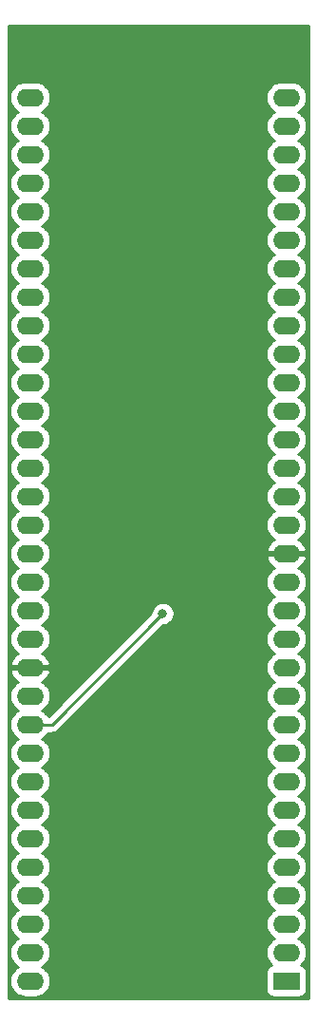
<source format=gbl>
%TF.GenerationSoftware,KiCad,Pcbnew,5.1.9+dfsg1-1~bpo10+1*%
%TF.CreationDate,2021-08-08T21:45:42+02:00*%
%TF.ProjectId,flexm68k,666c6578-6d36-4386-9b2e-6b696361645f,0.2*%
%TF.SameCoordinates,Original*%
%TF.FileFunction,Copper,L2,Bot*%
%TF.FilePolarity,Positive*%
%FSLAX46Y46*%
G04 Gerber Fmt 4.6, Leading zero omitted, Abs format (unit mm)*
G04 Created by KiCad (PCBNEW 5.1.9+dfsg1-1~bpo10+1) date 2021-08-08 21:45:42*
%MOMM*%
%LPD*%
G01*
G04 APERTURE LIST*
%TA.AperFunction,ComponentPad*%
%ADD10O,2.400000X1.600000*%
%TD*%
%TA.AperFunction,ComponentPad*%
%ADD11R,2.400000X1.600000*%
%TD*%
%TA.AperFunction,ViaPad*%
%ADD12C,0.800000*%
%TD*%
%TA.AperFunction,Conductor*%
%ADD13C,0.250000*%
%TD*%
%TA.AperFunction,Conductor*%
%ADD14C,0.254000*%
%TD*%
%TA.AperFunction,Conductor*%
%ADD15C,0.100000*%
%TD*%
G04 APERTURE END LIST*
D10*
%TO.P,U1,64*%
%TO.N,/P2*%
X138540000Y-145800000D03*
%TO.P,U1,32*%
%TO.N,/P63*%
X161400000Y-67060000D03*
%TO.P,U1,63*%
%TO.N,/P4*%
X138540000Y-143260000D03*
%TO.P,U1,31*%
%TO.N,/P61*%
X161400000Y-69600000D03*
%TO.P,U1,62*%
%TO.N,/P6*%
X138540000Y-140720000D03*
%TO.P,U1,30*%
%TO.N,/P59*%
X161400000Y-72140000D03*
%TO.P,U1,61*%
%TO.N,/P8*%
X138540000Y-138180000D03*
%TO.P,U1,29*%
%TO.N,/P57*%
X161400000Y-74680000D03*
%TO.P,U1,60*%
%TO.N,/P10*%
X138540000Y-135640000D03*
%TO.P,U1,28*%
%TO.N,/P55*%
X161400000Y-77220000D03*
%TO.P,U1,59*%
%TO.N,/P12*%
X138540000Y-133100000D03*
%TO.P,U1,27*%
%TO.N,/P53*%
X161400000Y-79760000D03*
%TO.P,U1,58*%
%TO.N,/P14*%
X138540000Y-130560000D03*
%TO.P,U1,26*%
%TO.N,/P51*%
X161400000Y-82300000D03*
%TO.P,U1,57*%
%TO.N,/P16*%
X138540000Y-128020000D03*
%TO.P,U1,25*%
%TO.N,/P49*%
X161400000Y-84840000D03*
%TO.P,U1,56*%
%TO.N,/P18*%
X138540000Y-125480000D03*
%TO.P,U1,24*%
%TO.N,/P47*%
X161400000Y-87380000D03*
%TO.P,U1,55*%
%TO.N,/P20*%
X138540000Y-122940000D03*
%TO.P,U1,23*%
%TO.N,/P45*%
X161400000Y-89920000D03*
%TO.P,U1,54*%
%TO.N,/P22*%
X138540000Y-120400000D03*
%TO.P,U1,22*%
%TO.N,/P43*%
X161400000Y-92460000D03*
%TO.P,U1,53*%
%TO.N,GND*%
X138540000Y-117860000D03*
%TO.P,U1,21*%
%TO.N,/P41*%
X161400000Y-95000000D03*
%TO.P,U1,52*%
%TO.N,/P26*%
X138540000Y-115320000D03*
%TO.P,U1,20*%
%TO.N,/P39*%
X161400000Y-97540000D03*
%TO.P,U1,51*%
%TO.N,/P28*%
X138540000Y-112780000D03*
%TO.P,U1,19*%
%TO.N,/P37*%
X161400000Y-100080000D03*
%TO.P,U1,50*%
%TO.N,/P30*%
X138540000Y-110240000D03*
%TO.P,U1,18*%
%TO.N,/P35*%
X161400000Y-102620000D03*
%TO.P,U1,49*%
%TO.N,VCC*%
X138540000Y-107700000D03*
%TO.P,U1,17*%
%TO.N,/P33*%
X161400000Y-105160000D03*
%TO.P,U1,48*%
%TO.N,/P34*%
X138540000Y-105160000D03*
%TO.P,U1,16*%
%TO.N,GND*%
X161400000Y-107700000D03*
%TO.P,U1,47*%
%TO.N,/P36*%
X138540000Y-102620000D03*
%TO.P,U1,15*%
%TO.N,/P29*%
X161400000Y-110240000D03*
%TO.P,U1,46*%
%TO.N,/P38*%
X138540000Y-100080000D03*
%TO.P,U1,14*%
%TO.N,VCC*%
X161400000Y-112780000D03*
%TO.P,U1,45*%
%TO.N,/P40*%
X138540000Y-97540000D03*
%TO.P,U1,13*%
%TO.N,/P25*%
X161400000Y-115320000D03*
%TO.P,U1,44*%
%TO.N,/P42*%
X138540000Y-95000000D03*
%TO.P,U1,12*%
%TO.N,/P23*%
X161400000Y-117860000D03*
%TO.P,U1,43*%
%TO.N,/P44*%
X138540000Y-92460000D03*
%TO.P,U1,11*%
%TO.N,/P21*%
X161400000Y-120400000D03*
%TO.P,U1,42*%
%TO.N,/P46*%
X138540000Y-89920000D03*
%TO.P,U1,10*%
%TO.N,/P19*%
X161400000Y-122940000D03*
%TO.P,U1,41*%
%TO.N,/P48*%
X138540000Y-87380000D03*
%TO.P,U1,9*%
%TO.N,/P17*%
X161400000Y-125480000D03*
%TO.P,U1,40*%
%TO.N,/P50*%
X138540000Y-84840000D03*
%TO.P,U1,8*%
%TO.N,/P15*%
X161400000Y-128020000D03*
%TO.P,U1,39*%
%TO.N,/P52*%
X138540000Y-82300000D03*
%TO.P,U1,7*%
%TO.N,/P13*%
X161400000Y-130560000D03*
%TO.P,U1,38*%
%TO.N,/P54*%
X138540000Y-79760000D03*
%TO.P,U1,6*%
%TO.N,/P11*%
X161400000Y-133100000D03*
%TO.P,U1,37*%
%TO.N,/P56*%
X138540000Y-77220000D03*
%TO.P,U1,5*%
%TO.N,/P9*%
X161400000Y-135640000D03*
%TO.P,U1,36*%
%TO.N,/P58*%
X138540000Y-74680000D03*
%TO.P,U1,4*%
%TO.N,/P7*%
X161400000Y-138180000D03*
%TO.P,U1,35*%
%TO.N,/P60*%
X138540000Y-72140000D03*
%TO.P,U1,3*%
%TO.N,/P5*%
X161400000Y-140720000D03*
%TO.P,U1,34*%
%TO.N,/P62*%
X138540000Y-69600000D03*
%TO.P,U1,2*%
%TO.N,/P3*%
X161400000Y-143260000D03*
%TO.P,U1,33*%
%TO.N,/P64*%
X138540000Y-67060000D03*
D11*
%TO.P,U1,1*%
%TO.N,/P1*%
X161400000Y-145800000D03*
%TD*%
D12*
%TO.N,/P20*%
X150366400Y-113058700D03*
%TD*%
D13*
%TO.N,/P20*%
X138540000Y-122940000D02*
X140485100Y-122940000D01*
X140485100Y-122940000D02*
X150366400Y-113058700D01*
%TD*%
D14*
%TO.N,GND*%
X163340000Y-147340000D02*
X136660000Y-147340000D01*
X136660000Y-120400000D01*
X136698057Y-120400000D01*
X136725764Y-120681309D01*
X136807818Y-120951808D01*
X136941068Y-121201101D01*
X137120392Y-121419608D01*
X137338899Y-121598932D01*
X137471858Y-121670000D01*
X137338899Y-121741068D01*
X137120392Y-121920392D01*
X136941068Y-122138899D01*
X136807818Y-122388192D01*
X136725764Y-122658691D01*
X136698057Y-122940000D01*
X136725764Y-123221309D01*
X136807818Y-123491808D01*
X136941068Y-123741101D01*
X137120392Y-123959608D01*
X137338899Y-124138932D01*
X137471858Y-124210000D01*
X137338899Y-124281068D01*
X137120392Y-124460392D01*
X136941068Y-124678899D01*
X136807818Y-124928192D01*
X136725764Y-125198691D01*
X136698057Y-125480000D01*
X136725764Y-125761309D01*
X136807818Y-126031808D01*
X136941068Y-126281101D01*
X137120392Y-126499608D01*
X137338899Y-126678932D01*
X137471858Y-126750000D01*
X137338899Y-126821068D01*
X137120392Y-127000392D01*
X136941068Y-127218899D01*
X136807818Y-127468192D01*
X136725764Y-127738691D01*
X136698057Y-128020000D01*
X136725764Y-128301309D01*
X136807818Y-128571808D01*
X136941068Y-128821101D01*
X137120392Y-129039608D01*
X137338899Y-129218932D01*
X137471858Y-129290000D01*
X137338899Y-129361068D01*
X137120392Y-129540392D01*
X136941068Y-129758899D01*
X136807818Y-130008192D01*
X136725764Y-130278691D01*
X136698057Y-130560000D01*
X136725764Y-130841309D01*
X136807818Y-131111808D01*
X136941068Y-131361101D01*
X137120392Y-131579608D01*
X137338899Y-131758932D01*
X137471858Y-131830000D01*
X137338899Y-131901068D01*
X137120392Y-132080392D01*
X136941068Y-132298899D01*
X136807818Y-132548192D01*
X136725764Y-132818691D01*
X136698057Y-133100000D01*
X136725764Y-133381309D01*
X136807818Y-133651808D01*
X136941068Y-133901101D01*
X137120392Y-134119608D01*
X137338899Y-134298932D01*
X137471858Y-134370000D01*
X137338899Y-134441068D01*
X137120392Y-134620392D01*
X136941068Y-134838899D01*
X136807818Y-135088192D01*
X136725764Y-135358691D01*
X136698057Y-135640000D01*
X136725764Y-135921309D01*
X136807818Y-136191808D01*
X136941068Y-136441101D01*
X137120392Y-136659608D01*
X137338899Y-136838932D01*
X137471858Y-136910000D01*
X137338899Y-136981068D01*
X137120392Y-137160392D01*
X136941068Y-137378899D01*
X136807818Y-137628192D01*
X136725764Y-137898691D01*
X136698057Y-138180000D01*
X136725764Y-138461309D01*
X136807818Y-138731808D01*
X136941068Y-138981101D01*
X137120392Y-139199608D01*
X137338899Y-139378932D01*
X137471858Y-139450000D01*
X137338899Y-139521068D01*
X137120392Y-139700392D01*
X136941068Y-139918899D01*
X136807818Y-140168192D01*
X136725764Y-140438691D01*
X136698057Y-140720000D01*
X136725764Y-141001309D01*
X136807818Y-141271808D01*
X136941068Y-141521101D01*
X137120392Y-141739608D01*
X137338899Y-141918932D01*
X137471858Y-141990000D01*
X137338899Y-142061068D01*
X137120392Y-142240392D01*
X136941068Y-142458899D01*
X136807818Y-142708192D01*
X136725764Y-142978691D01*
X136698057Y-143260000D01*
X136725764Y-143541309D01*
X136807818Y-143811808D01*
X136941068Y-144061101D01*
X137120392Y-144279608D01*
X137338899Y-144458932D01*
X137471858Y-144530000D01*
X137338899Y-144601068D01*
X137120392Y-144780392D01*
X136941068Y-144998899D01*
X136807818Y-145248192D01*
X136725764Y-145518691D01*
X136698057Y-145800000D01*
X136725764Y-146081309D01*
X136807818Y-146351808D01*
X136941068Y-146601101D01*
X137120392Y-146819608D01*
X137338899Y-146998932D01*
X137588192Y-147132182D01*
X137858691Y-147214236D01*
X138069508Y-147235000D01*
X139010492Y-147235000D01*
X139221309Y-147214236D01*
X139491808Y-147132182D01*
X139741101Y-146998932D01*
X139959608Y-146819608D01*
X140138932Y-146601101D01*
X140272182Y-146351808D01*
X140354236Y-146081309D01*
X140381943Y-145800000D01*
X140354236Y-145518691D01*
X140272182Y-145248192D01*
X140138932Y-144998899D01*
X139959608Y-144780392D01*
X139741101Y-144601068D01*
X139608142Y-144530000D01*
X139741101Y-144458932D01*
X139959608Y-144279608D01*
X140138932Y-144061101D01*
X140272182Y-143811808D01*
X140354236Y-143541309D01*
X140381943Y-143260000D01*
X140354236Y-142978691D01*
X140272182Y-142708192D01*
X140138932Y-142458899D01*
X139959608Y-142240392D01*
X139741101Y-142061068D01*
X139608142Y-141990000D01*
X139741101Y-141918932D01*
X139959608Y-141739608D01*
X140138932Y-141521101D01*
X140272182Y-141271808D01*
X140354236Y-141001309D01*
X140381943Y-140720000D01*
X140354236Y-140438691D01*
X140272182Y-140168192D01*
X140138932Y-139918899D01*
X139959608Y-139700392D01*
X139741101Y-139521068D01*
X139608142Y-139450000D01*
X139741101Y-139378932D01*
X139959608Y-139199608D01*
X140138932Y-138981101D01*
X140272182Y-138731808D01*
X140354236Y-138461309D01*
X140381943Y-138180000D01*
X140354236Y-137898691D01*
X140272182Y-137628192D01*
X140138932Y-137378899D01*
X139959608Y-137160392D01*
X139741101Y-136981068D01*
X139608142Y-136910000D01*
X139741101Y-136838932D01*
X139959608Y-136659608D01*
X140138932Y-136441101D01*
X140272182Y-136191808D01*
X140354236Y-135921309D01*
X140381943Y-135640000D01*
X140354236Y-135358691D01*
X140272182Y-135088192D01*
X140138932Y-134838899D01*
X139959608Y-134620392D01*
X139741101Y-134441068D01*
X139608142Y-134370000D01*
X139741101Y-134298932D01*
X139959608Y-134119608D01*
X140138932Y-133901101D01*
X140272182Y-133651808D01*
X140354236Y-133381309D01*
X140381943Y-133100000D01*
X140354236Y-132818691D01*
X140272182Y-132548192D01*
X140138932Y-132298899D01*
X139959608Y-132080392D01*
X139741101Y-131901068D01*
X139608142Y-131830000D01*
X139741101Y-131758932D01*
X139959608Y-131579608D01*
X140138932Y-131361101D01*
X140272182Y-131111808D01*
X140354236Y-130841309D01*
X140381943Y-130560000D01*
X140354236Y-130278691D01*
X140272182Y-130008192D01*
X140138932Y-129758899D01*
X139959608Y-129540392D01*
X139741101Y-129361068D01*
X139608142Y-129290000D01*
X139741101Y-129218932D01*
X139959608Y-129039608D01*
X140138932Y-128821101D01*
X140272182Y-128571808D01*
X140354236Y-128301309D01*
X140381943Y-128020000D01*
X140354236Y-127738691D01*
X140272182Y-127468192D01*
X140138932Y-127218899D01*
X139959608Y-127000392D01*
X139741101Y-126821068D01*
X139608142Y-126750000D01*
X139741101Y-126678932D01*
X139959608Y-126499608D01*
X140138932Y-126281101D01*
X140272182Y-126031808D01*
X140354236Y-125761309D01*
X140381943Y-125480000D01*
X140354236Y-125198691D01*
X140272182Y-124928192D01*
X140138932Y-124678899D01*
X139959608Y-124460392D01*
X139741101Y-124281068D01*
X139608142Y-124210000D01*
X139741101Y-124138932D01*
X139959608Y-123959608D01*
X140138932Y-123741101D01*
X140160901Y-123700000D01*
X140447778Y-123700000D01*
X140485100Y-123703676D01*
X140522422Y-123700000D01*
X140522433Y-123700000D01*
X140634086Y-123689003D01*
X140777347Y-123645546D01*
X140909376Y-123574974D01*
X141025101Y-123480001D01*
X141048904Y-123450997D01*
X150406203Y-114093700D01*
X150468339Y-114093700D01*
X150668298Y-114053926D01*
X150856656Y-113975905D01*
X151026174Y-113862637D01*
X151170337Y-113718474D01*
X151283605Y-113548956D01*
X151361626Y-113360598D01*
X151401400Y-113160639D01*
X151401400Y-112956761D01*
X151361626Y-112756802D01*
X151283605Y-112568444D01*
X151170337Y-112398926D01*
X151026174Y-112254763D01*
X150856656Y-112141495D01*
X150668298Y-112063474D01*
X150468339Y-112023700D01*
X150264461Y-112023700D01*
X150064502Y-112063474D01*
X149876144Y-112141495D01*
X149706626Y-112254763D01*
X149562463Y-112398926D01*
X149449195Y-112568444D01*
X149371174Y-112756802D01*
X149331400Y-112956761D01*
X149331400Y-113018897D01*
X140170299Y-122180000D01*
X140160901Y-122180000D01*
X140138932Y-122138899D01*
X139959608Y-121920392D01*
X139741101Y-121741068D01*
X139608142Y-121670000D01*
X139741101Y-121598932D01*
X139959608Y-121419608D01*
X140138932Y-121201101D01*
X140272182Y-120951808D01*
X140354236Y-120681309D01*
X140381943Y-120400000D01*
X140354236Y-120118691D01*
X140272182Y-119848192D01*
X140138932Y-119598899D01*
X139959608Y-119380392D01*
X139741101Y-119201068D01*
X139613259Y-119132735D01*
X139842839Y-118982601D01*
X140044500Y-118784895D01*
X140203715Y-118551646D01*
X140314367Y-118291818D01*
X140331904Y-118209039D01*
X140209915Y-117987000D01*
X138667000Y-117987000D01*
X138667000Y-118007000D01*
X138413000Y-118007000D01*
X138413000Y-117987000D01*
X136870085Y-117987000D01*
X136748096Y-118209039D01*
X136765633Y-118291818D01*
X136876285Y-118551646D01*
X137035500Y-118784895D01*
X137237161Y-118982601D01*
X137466741Y-119132735D01*
X137338899Y-119201068D01*
X137120392Y-119380392D01*
X136941068Y-119598899D01*
X136807818Y-119848192D01*
X136725764Y-120118691D01*
X136698057Y-120400000D01*
X136660000Y-120400000D01*
X136660000Y-67060000D01*
X136698057Y-67060000D01*
X136725764Y-67341309D01*
X136807818Y-67611808D01*
X136941068Y-67861101D01*
X137120392Y-68079608D01*
X137338899Y-68258932D01*
X137471858Y-68330000D01*
X137338899Y-68401068D01*
X137120392Y-68580392D01*
X136941068Y-68798899D01*
X136807818Y-69048192D01*
X136725764Y-69318691D01*
X136698057Y-69600000D01*
X136725764Y-69881309D01*
X136807818Y-70151808D01*
X136941068Y-70401101D01*
X137120392Y-70619608D01*
X137338899Y-70798932D01*
X137471858Y-70870000D01*
X137338899Y-70941068D01*
X137120392Y-71120392D01*
X136941068Y-71338899D01*
X136807818Y-71588192D01*
X136725764Y-71858691D01*
X136698057Y-72140000D01*
X136725764Y-72421309D01*
X136807818Y-72691808D01*
X136941068Y-72941101D01*
X137120392Y-73159608D01*
X137338899Y-73338932D01*
X137471858Y-73410000D01*
X137338899Y-73481068D01*
X137120392Y-73660392D01*
X136941068Y-73878899D01*
X136807818Y-74128192D01*
X136725764Y-74398691D01*
X136698057Y-74680000D01*
X136725764Y-74961309D01*
X136807818Y-75231808D01*
X136941068Y-75481101D01*
X137120392Y-75699608D01*
X137338899Y-75878932D01*
X137471858Y-75950000D01*
X137338899Y-76021068D01*
X137120392Y-76200392D01*
X136941068Y-76418899D01*
X136807818Y-76668192D01*
X136725764Y-76938691D01*
X136698057Y-77220000D01*
X136725764Y-77501309D01*
X136807818Y-77771808D01*
X136941068Y-78021101D01*
X137120392Y-78239608D01*
X137338899Y-78418932D01*
X137471858Y-78490000D01*
X137338899Y-78561068D01*
X137120392Y-78740392D01*
X136941068Y-78958899D01*
X136807818Y-79208192D01*
X136725764Y-79478691D01*
X136698057Y-79760000D01*
X136725764Y-80041309D01*
X136807818Y-80311808D01*
X136941068Y-80561101D01*
X137120392Y-80779608D01*
X137338899Y-80958932D01*
X137471858Y-81030000D01*
X137338899Y-81101068D01*
X137120392Y-81280392D01*
X136941068Y-81498899D01*
X136807818Y-81748192D01*
X136725764Y-82018691D01*
X136698057Y-82300000D01*
X136725764Y-82581309D01*
X136807818Y-82851808D01*
X136941068Y-83101101D01*
X137120392Y-83319608D01*
X137338899Y-83498932D01*
X137471858Y-83570000D01*
X137338899Y-83641068D01*
X137120392Y-83820392D01*
X136941068Y-84038899D01*
X136807818Y-84288192D01*
X136725764Y-84558691D01*
X136698057Y-84840000D01*
X136725764Y-85121309D01*
X136807818Y-85391808D01*
X136941068Y-85641101D01*
X137120392Y-85859608D01*
X137338899Y-86038932D01*
X137471858Y-86110000D01*
X137338899Y-86181068D01*
X137120392Y-86360392D01*
X136941068Y-86578899D01*
X136807818Y-86828192D01*
X136725764Y-87098691D01*
X136698057Y-87380000D01*
X136725764Y-87661309D01*
X136807818Y-87931808D01*
X136941068Y-88181101D01*
X137120392Y-88399608D01*
X137338899Y-88578932D01*
X137471858Y-88650000D01*
X137338899Y-88721068D01*
X137120392Y-88900392D01*
X136941068Y-89118899D01*
X136807818Y-89368192D01*
X136725764Y-89638691D01*
X136698057Y-89920000D01*
X136725764Y-90201309D01*
X136807818Y-90471808D01*
X136941068Y-90721101D01*
X137120392Y-90939608D01*
X137338899Y-91118932D01*
X137471858Y-91190000D01*
X137338899Y-91261068D01*
X137120392Y-91440392D01*
X136941068Y-91658899D01*
X136807818Y-91908192D01*
X136725764Y-92178691D01*
X136698057Y-92460000D01*
X136725764Y-92741309D01*
X136807818Y-93011808D01*
X136941068Y-93261101D01*
X137120392Y-93479608D01*
X137338899Y-93658932D01*
X137471858Y-93730000D01*
X137338899Y-93801068D01*
X137120392Y-93980392D01*
X136941068Y-94198899D01*
X136807818Y-94448192D01*
X136725764Y-94718691D01*
X136698057Y-95000000D01*
X136725764Y-95281309D01*
X136807818Y-95551808D01*
X136941068Y-95801101D01*
X137120392Y-96019608D01*
X137338899Y-96198932D01*
X137471858Y-96270000D01*
X137338899Y-96341068D01*
X137120392Y-96520392D01*
X136941068Y-96738899D01*
X136807818Y-96988192D01*
X136725764Y-97258691D01*
X136698057Y-97540000D01*
X136725764Y-97821309D01*
X136807818Y-98091808D01*
X136941068Y-98341101D01*
X137120392Y-98559608D01*
X137338899Y-98738932D01*
X137471858Y-98810000D01*
X137338899Y-98881068D01*
X137120392Y-99060392D01*
X136941068Y-99278899D01*
X136807818Y-99528192D01*
X136725764Y-99798691D01*
X136698057Y-100080000D01*
X136725764Y-100361309D01*
X136807818Y-100631808D01*
X136941068Y-100881101D01*
X137120392Y-101099608D01*
X137338899Y-101278932D01*
X137471858Y-101350000D01*
X137338899Y-101421068D01*
X137120392Y-101600392D01*
X136941068Y-101818899D01*
X136807818Y-102068192D01*
X136725764Y-102338691D01*
X136698057Y-102620000D01*
X136725764Y-102901309D01*
X136807818Y-103171808D01*
X136941068Y-103421101D01*
X137120392Y-103639608D01*
X137338899Y-103818932D01*
X137471858Y-103890000D01*
X137338899Y-103961068D01*
X137120392Y-104140392D01*
X136941068Y-104358899D01*
X136807818Y-104608192D01*
X136725764Y-104878691D01*
X136698057Y-105160000D01*
X136725764Y-105441309D01*
X136807818Y-105711808D01*
X136941068Y-105961101D01*
X137120392Y-106179608D01*
X137338899Y-106358932D01*
X137471858Y-106430000D01*
X137338899Y-106501068D01*
X137120392Y-106680392D01*
X136941068Y-106898899D01*
X136807818Y-107148192D01*
X136725764Y-107418691D01*
X136698057Y-107700000D01*
X136725764Y-107981309D01*
X136807818Y-108251808D01*
X136941068Y-108501101D01*
X137120392Y-108719608D01*
X137338899Y-108898932D01*
X137471858Y-108970000D01*
X137338899Y-109041068D01*
X137120392Y-109220392D01*
X136941068Y-109438899D01*
X136807818Y-109688192D01*
X136725764Y-109958691D01*
X136698057Y-110240000D01*
X136725764Y-110521309D01*
X136807818Y-110791808D01*
X136941068Y-111041101D01*
X137120392Y-111259608D01*
X137338899Y-111438932D01*
X137471858Y-111510000D01*
X137338899Y-111581068D01*
X137120392Y-111760392D01*
X136941068Y-111978899D01*
X136807818Y-112228192D01*
X136725764Y-112498691D01*
X136698057Y-112780000D01*
X136725764Y-113061309D01*
X136807818Y-113331808D01*
X136941068Y-113581101D01*
X137120392Y-113799608D01*
X137338899Y-113978932D01*
X137471858Y-114050000D01*
X137338899Y-114121068D01*
X137120392Y-114300392D01*
X136941068Y-114518899D01*
X136807818Y-114768192D01*
X136725764Y-115038691D01*
X136698057Y-115320000D01*
X136725764Y-115601309D01*
X136807818Y-115871808D01*
X136941068Y-116121101D01*
X137120392Y-116339608D01*
X137338899Y-116518932D01*
X137466741Y-116587265D01*
X137237161Y-116737399D01*
X137035500Y-116935105D01*
X136876285Y-117168354D01*
X136765633Y-117428182D01*
X136748096Y-117510961D01*
X136870085Y-117733000D01*
X138413000Y-117733000D01*
X138413000Y-117713000D01*
X138667000Y-117713000D01*
X138667000Y-117733000D01*
X140209915Y-117733000D01*
X140331904Y-117510961D01*
X140314367Y-117428182D01*
X140203715Y-117168354D01*
X140044500Y-116935105D01*
X139842839Y-116737399D01*
X139613259Y-116587265D01*
X139741101Y-116518932D01*
X139959608Y-116339608D01*
X140138932Y-116121101D01*
X140272182Y-115871808D01*
X140354236Y-115601309D01*
X140381943Y-115320000D01*
X140354236Y-115038691D01*
X140272182Y-114768192D01*
X140138932Y-114518899D01*
X139959608Y-114300392D01*
X139741101Y-114121068D01*
X139608142Y-114050000D01*
X139741101Y-113978932D01*
X139959608Y-113799608D01*
X140138932Y-113581101D01*
X140272182Y-113331808D01*
X140354236Y-113061309D01*
X140381943Y-112780000D01*
X140354236Y-112498691D01*
X140272182Y-112228192D01*
X140138932Y-111978899D01*
X139959608Y-111760392D01*
X139741101Y-111581068D01*
X139608142Y-111510000D01*
X139741101Y-111438932D01*
X139959608Y-111259608D01*
X140138932Y-111041101D01*
X140272182Y-110791808D01*
X140354236Y-110521309D01*
X140381943Y-110240000D01*
X159558057Y-110240000D01*
X159585764Y-110521309D01*
X159667818Y-110791808D01*
X159801068Y-111041101D01*
X159980392Y-111259608D01*
X160198899Y-111438932D01*
X160331858Y-111510000D01*
X160198899Y-111581068D01*
X159980392Y-111760392D01*
X159801068Y-111978899D01*
X159667818Y-112228192D01*
X159585764Y-112498691D01*
X159558057Y-112780000D01*
X159585764Y-113061309D01*
X159667818Y-113331808D01*
X159801068Y-113581101D01*
X159980392Y-113799608D01*
X160198899Y-113978932D01*
X160331858Y-114050000D01*
X160198899Y-114121068D01*
X159980392Y-114300392D01*
X159801068Y-114518899D01*
X159667818Y-114768192D01*
X159585764Y-115038691D01*
X159558057Y-115320000D01*
X159585764Y-115601309D01*
X159667818Y-115871808D01*
X159801068Y-116121101D01*
X159980392Y-116339608D01*
X160198899Y-116518932D01*
X160331858Y-116590000D01*
X160198899Y-116661068D01*
X159980392Y-116840392D01*
X159801068Y-117058899D01*
X159667818Y-117308192D01*
X159585764Y-117578691D01*
X159558057Y-117860000D01*
X159585764Y-118141309D01*
X159667818Y-118411808D01*
X159801068Y-118661101D01*
X159980392Y-118879608D01*
X160198899Y-119058932D01*
X160331858Y-119130000D01*
X160198899Y-119201068D01*
X159980392Y-119380392D01*
X159801068Y-119598899D01*
X159667818Y-119848192D01*
X159585764Y-120118691D01*
X159558057Y-120400000D01*
X159585764Y-120681309D01*
X159667818Y-120951808D01*
X159801068Y-121201101D01*
X159980392Y-121419608D01*
X160198899Y-121598932D01*
X160331858Y-121670000D01*
X160198899Y-121741068D01*
X159980392Y-121920392D01*
X159801068Y-122138899D01*
X159667818Y-122388192D01*
X159585764Y-122658691D01*
X159558057Y-122940000D01*
X159585764Y-123221309D01*
X159667818Y-123491808D01*
X159801068Y-123741101D01*
X159980392Y-123959608D01*
X160198899Y-124138932D01*
X160331858Y-124210000D01*
X160198899Y-124281068D01*
X159980392Y-124460392D01*
X159801068Y-124678899D01*
X159667818Y-124928192D01*
X159585764Y-125198691D01*
X159558057Y-125480000D01*
X159585764Y-125761309D01*
X159667818Y-126031808D01*
X159801068Y-126281101D01*
X159980392Y-126499608D01*
X160198899Y-126678932D01*
X160331858Y-126750000D01*
X160198899Y-126821068D01*
X159980392Y-127000392D01*
X159801068Y-127218899D01*
X159667818Y-127468192D01*
X159585764Y-127738691D01*
X159558057Y-128020000D01*
X159585764Y-128301309D01*
X159667818Y-128571808D01*
X159801068Y-128821101D01*
X159980392Y-129039608D01*
X160198899Y-129218932D01*
X160331858Y-129290000D01*
X160198899Y-129361068D01*
X159980392Y-129540392D01*
X159801068Y-129758899D01*
X159667818Y-130008192D01*
X159585764Y-130278691D01*
X159558057Y-130560000D01*
X159585764Y-130841309D01*
X159667818Y-131111808D01*
X159801068Y-131361101D01*
X159980392Y-131579608D01*
X160198899Y-131758932D01*
X160331858Y-131830000D01*
X160198899Y-131901068D01*
X159980392Y-132080392D01*
X159801068Y-132298899D01*
X159667818Y-132548192D01*
X159585764Y-132818691D01*
X159558057Y-133100000D01*
X159585764Y-133381309D01*
X159667818Y-133651808D01*
X159801068Y-133901101D01*
X159980392Y-134119608D01*
X160198899Y-134298932D01*
X160331858Y-134370000D01*
X160198899Y-134441068D01*
X159980392Y-134620392D01*
X159801068Y-134838899D01*
X159667818Y-135088192D01*
X159585764Y-135358691D01*
X159558057Y-135640000D01*
X159585764Y-135921309D01*
X159667818Y-136191808D01*
X159801068Y-136441101D01*
X159980392Y-136659608D01*
X160198899Y-136838932D01*
X160331858Y-136910000D01*
X160198899Y-136981068D01*
X159980392Y-137160392D01*
X159801068Y-137378899D01*
X159667818Y-137628192D01*
X159585764Y-137898691D01*
X159558057Y-138180000D01*
X159585764Y-138461309D01*
X159667818Y-138731808D01*
X159801068Y-138981101D01*
X159980392Y-139199608D01*
X160198899Y-139378932D01*
X160331858Y-139450000D01*
X160198899Y-139521068D01*
X159980392Y-139700392D01*
X159801068Y-139918899D01*
X159667818Y-140168192D01*
X159585764Y-140438691D01*
X159558057Y-140720000D01*
X159585764Y-141001309D01*
X159667818Y-141271808D01*
X159801068Y-141521101D01*
X159980392Y-141739608D01*
X160198899Y-141918932D01*
X160331858Y-141990000D01*
X160198899Y-142061068D01*
X159980392Y-142240392D01*
X159801068Y-142458899D01*
X159667818Y-142708192D01*
X159585764Y-142978691D01*
X159558057Y-143260000D01*
X159585764Y-143541309D01*
X159667818Y-143811808D01*
X159801068Y-144061101D01*
X159980392Y-144279608D01*
X160093482Y-144372419D01*
X160075518Y-144374188D01*
X159955820Y-144410498D01*
X159845506Y-144469463D01*
X159748815Y-144548815D01*
X159669463Y-144645506D01*
X159610498Y-144755820D01*
X159574188Y-144875518D01*
X159561928Y-145000000D01*
X159561928Y-146600000D01*
X159574188Y-146724482D01*
X159610498Y-146844180D01*
X159669463Y-146954494D01*
X159748815Y-147051185D01*
X159845506Y-147130537D01*
X159955820Y-147189502D01*
X160075518Y-147225812D01*
X160200000Y-147238072D01*
X162600000Y-147238072D01*
X162724482Y-147225812D01*
X162844180Y-147189502D01*
X162954494Y-147130537D01*
X163051185Y-147051185D01*
X163130537Y-146954494D01*
X163189502Y-146844180D01*
X163225812Y-146724482D01*
X163238072Y-146600000D01*
X163238072Y-145000000D01*
X163225812Y-144875518D01*
X163189502Y-144755820D01*
X163130537Y-144645506D01*
X163051185Y-144548815D01*
X162954494Y-144469463D01*
X162844180Y-144410498D01*
X162724482Y-144374188D01*
X162706518Y-144372419D01*
X162819608Y-144279608D01*
X162998932Y-144061101D01*
X163132182Y-143811808D01*
X163214236Y-143541309D01*
X163241943Y-143260000D01*
X163214236Y-142978691D01*
X163132182Y-142708192D01*
X162998932Y-142458899D01*
X162819608Y-142240392D01*
X162601101Y-142061068D01*
X162468142Y-141990000D01*
X162601101Y-141918932D01*
X162819608Y-141739608D01*
X162998932Y-141521101D01*
X163132182Y-141271808D01*
X163214236Y-141001309D01*
X163241943Y-140720000D01*
X163214236Y-140438691D01*
X163132182Y-140168192D01*
X162998932Y-139918899D01*
X162819608Y-139700392D01*
X162601101Y-139521068D01*
X162468142Y-139450000D01*
X162601101Y-139378932D01*
X162819608Y-139199608D01*
X162998932Y-138981101D01*
X163132182Y-138731808D01*
X163214236Y-138461309D01*
X163241943Y-138180000D01*
X163214236Y-137898691D01*
X163132182Y-137628192D01*
X162998932Y-137378899D01*
X162819608Y-137160392D01*
X162601101Y-136981068D01*
X162468142Y-136910000D01*
X162601101Y-136838932D01*
X162819608Y-136659608D01*
X162998932Y-136441101D01*
X163132182Y-136191808D01*
X163214236Y-135921309D01*
X163241943Y-135640000D01*
X163214236Y-135358691D01*
X163132182Y-135088192D01*
X162998932Y-134838899D01*
X162819608Y-134620392D01*
X162601101Y-134441068D01*
X162468142Y-134370000D01*
X162601101Y-134298932D01*
X162819608Y-134119608D01*
X162998932Y-133901101D01*
X163132182Y-133651808D01*
X163214236Y-133381309D01*
X163241943Y-133100000D01*
X163214236Y-132818691D01*
X163132182Y-132548192D01*
X162998932Y-132298899D01*
X162819608Y-132080392D01*
X162601101Y-131901068D01*
X162468142Y-131830000D01*
X162601101Y-131758932D01*
X162819608Y-131579608D01*
X162998932Y-131361101D01*
X163132182Y-131111808D01*
X163214236Y-130841309D01*
X163241943Y-130560000D01*
X163214236Y-130278691D01*
X163132182Y-130008192D01*
X162998932Y-129758899D01*
X162819608Y-129540392D01*
X162601101Y-129361068D01*
X162468142Y-129290000D01*
X162601101Y-129218932D01*
X162819608Y-129039608D01*
X162998932Y-128821101D01*
X163132182Y-128571808D01*
X163214236Y-128301309D01*
X163241943Y-128020000D01*
X163214236Y-127738691D01*
X163132182Y-127468192D01*
X162998932Y-127218899D01*
X162819608Y-127000392D01*
X162601101Y-126821068D01*
X162468142Y-126750000D01*
X162601101Y-126678932D01*
X162819608Y-126499608D01*
X162998932Y-126281101D01*
X163132182Y-126031808D01*
X163214236Y-125761309D01*
X163241943Y-125480000D01*
X163214236Y-125198691D01*
X163132182Y-124928192D01*
X162998932Y-124678899D01*
X162819608Y-124460392D01*
X162601101Y-124281068D01*
X162468142Y-124210000D01*
X162601101Y-124138932D01*
X162819608Y-123959608D01*
X162998932Y-123741101D01*
X163132182Y-123491808D01*
X163214236Y-123221309D01*
X163241943Y-122940000D01*
X163214236Y-122658691D01*
X163132182Y-122388192D01*
X162998932Y-122138899D01*
X162819608Y-121920392D01*
X162601101Y-121741068D01*
X162468142Y-121670000D01*
X162601101Y-121598932D01*
X162819608Y-121419608D01*
X162998932Y-121201101D01*
X163132182Y-120951808D01*
X163214236Y-120681309D01*
X163241943Y-120400000D01*
X163214236Y-120118691D01*
X163132182Y-119848192D01*
X162998932Y-119598899D01*
X162819608Y-119380392D01*
X162601101Y-119201068D01*
X162468142Y-119130000D01*
X162601101Y-119058932D01*
X162819608Y-118879608D01*
X162998932Y-118661101D01*
X163132182Y-118411808D01*
X163214236Y-118141309D01*
X163241943Y-117860000D01*
X163214236Y-117578691D01*
X163132182Y-117308192D01*
X162998932Y-117058899D01*
X162819608Y-116840392D01*
X162601101Y-116661068D01*
X162468142Y-116590000D01*
X162601101Y-116518932D01*
X162819608Y-116339608D01*
X162998932Y-116121101D01*
X163132182Y-115871808D01*
X163214236Y-115601309D01*
X163241943Y-115320000D01*
X163214236Y-115038691D01*
X163132182Y-114768192D01*
X162998932Y-114518899D01*
X162819608Y-114300392D01*
X162601101Y-114121068D01*
X162468142Y-114050000D01*
X162601101Y-113978932D01*
X162819608Y-113799608D01*
X162998932Y-113581101D01*
X163132182Y-113331808D01*
X163214236Y-113061309D01*
X163241943Y-112780000D01*
X163214236Y-112498691D01*
X163132182Y-112228192D01*
X162998932Y-111978899D01*
X162819608Y-111760392D01*
X162601101Y-111581068D01*
X162468142Y-111510000D01*
X162601101Y-111438932D01*
X162819608Y-111259608D01*
X162998932Y-111041101D01*
X163132182Y-110791808D01*
X163214236Y-110521309D01*
X163241943Y-110240000D01*
X163214236Y-109958691D01*
X163132182Y-109688192D01*
X162998932Y-109438899D01*
X162819608Y-109220392D01*
X162601101Y-109041068D01*
X162473259Y-108972735D01*
X162702839Y-108822601D01*
X162904500Y-108624895D01*
X163063715Y-108391646D01*
X163174367Y-108131818D01*
X163191904Y-108049039D01*
X163069915Y-107827000D01*
X161527000Y-107827000D01*
X161527000Y-107847000D01*
X161273000Y-107847000D01*
X161273000Y-107827000D01*
X159730085Y-107827000D01*
X159608096Y-108049039D01*
X159625633Y-108131818D01*
X159736285Y-108391646D01*
X159895500Y-108624895D01*
X160097161Y-108822601D01*
X160326741Y-108972735D01*
X160198899Y-109041068D01*
X159980392Y-109220392D01*
X159801068Y-109438899D01*
X159667818Y-109688192D01*
X159585764Y-109958691D01*
X159558057Y-110240000D01*
X140381943Y-110240000D01*
X140354236Y-109958691D01*
X140272182Y-109688192D01*
X140138932Y-109438899D01*
X139959608Y-109220392D01*
X139741101Y-109041068D01*
X139608142Y-108970000D01*
X139741101Y-108898932D01*
X139959608Y-108719608D01*
X140138932Y-108501101D01*
X140272182Y-108251808D01*
X140354236Y-107981309D01*
X140381943Y-107700000D01*
X140354236Y-107418691D01*
X140272182Y-107148192D01*
X140138932Y-106898899D01*
X139959608Y-106680392D01*
X139741101Y-106501068D01*
X139608142Y-106430000D01*
X139741101Y-106358932D01*
X139959608Y-106179608D01*
X140138932Y-105961101D01*
X140272182Y-105711808D01*
X140354236Y-105441309D01*
X140381943Y-105160000D01*
X140354236Y-104878691D01*
X140272182Y-104608192D01*
X140138932Y-104358899D01*
X139959608Y-104140392D01*
X139741101Y-103961068D01*
X139608142Y-103890000D01*
X139741101Y-103818932D01*
X139959608Y-103639608D01*
X140138932Y-103421101D01*
X140272182Y-103171808D01*
X140354236Y-102901309D01*
X140381943Y-102620000D01*
X140354236Y-102338691D01*
X140272182Y-102068192D01*
X140138932Y-101818899D01*
X139959608Y-101600392D01*
X139741101Y-101421068D01*
X139608142Y-101350000D01*
X139741101Y-101278932D01*
X139959608Y-101099608D01*
X140138932Y-100881101D01*
X140272182Y-100631808D01*
X140354236Y-100361309D01*
X140381943Y-100080000D01*
X140354236Y-99798691D01*
X140272182Y-99528192D01*
X140138932Y-99278899D01*
X139959608Y-99060392D01*
X139741101Y-98881068D01*
X139608142Y-98810000D01*
X139741101Y-98738932D01*
X139959608Y-98559608D01*
X140138932Y-98341101D01*
X140272182Y-98091808D01*
X140354236Y-97821309D01*
X140381943Y-97540000D01*
X140354236Y-97258691D01*
X140272182Y-96988192D01*
X140138932Y-96738899D01*
X139959608Y-96520392D01*
X139741101Y-96341068D01*
X139608142Y-96270000D01*
X139741101Y-96198932D01*
X139959608Y-96019608D01*
X140138932Y-95801101D01*
X140272182Y-95551808D01*
X140354236Y-95281309D01*
X140381943Y-95000000D01*
X140354236Y-94718691D01*
X140272182Y-94448192D01*
X140138932Y-94198899D01*
X139959608Y-93980392D01*
X139741101Y-93801068D01*
X139608142Y-93730000D01*
X139741101Y-93658932D01*
X139959608Y-93479608D01*
X140138932Y-93261101D01*
X140272182Y-93011808D01*
X140354236Y-92741309D01*
X140381943Y-92460000D01*
X140354236Y-92178691D01*
X140272182Y-91908192D01*
X140138932Y-91658899D01*
X139959608Y-91440392D01*
X139741101Y-91261068D01*
X139608142Y-91190000D01*
X139741101Y-91118932D01*
X139959608Y-90939608D01*
X140138932Y-90721101D01*
X140272182Y-90471808D01*
X140354236Y-90201309D01*
X140381943Y-89920000D01*
X140354236Y-89638691D01*
X140272182Y-89368192D01*
X140138932Y-89118899D01*
X139959608Y-88900392D01*
X139741101Y-88721068D01*
X139608142Y-88650000D01*
X139741101Y-88578932D01*
X139959608Y-88399608D01*
X140138932Y-88181101D01*
X140272182Y-87931808D01*
X140354236Y-87661309D01*
X140381943Y-87380000D01*
X140354236Y-87098691D01*
X140272182Y-86828192D01*
X140138932Y-86578899D01*
X139959608Y-86360392D01*
X139741101Y-86181068D01*
X139608142Y-86110000D01*
X139741101Y-86038932D01*
X139959608Y-85859608D01*
X140138932Y-85641101D01*
X140272182Y-85391808D01*
X140354236Y-85121309D01*
X140381943Y-84840000D01*
X140354236Y-84558691D01*
X140272182Y-84288192D01*
X140138932Y-84038899D01*
X139959608Y-83820392D01*
X139741101Y-83641068D01*
X139608142Y-83570000D01*
X139741101Y-83498932D01*
X139959608Y-83319608D01*
X140138932Y-83101101D01*
X140272182Y-82851808D01*
X140354236Y-82581309D01*
X140381943Y-82300000D01*
X140354236Y-82018691D01*
X140272182Y-81748192D01*
X140138932Y-81498899D01*
X139959608Y-81280392D01*
X139741101Y-81101068D01*
X139608142Y-81030000D01*
X139741101Y-80958932D01*
X139959608Y-80779608D01*
X140138932Y-80561101D01*
X140272182Y-80311808D01*
X140354236Y-80041309D01*
X140381943Y-79760000D01*
X140354236Y-79478691D01*
X140272182Y-79208192D01*
X140138932Y-78958899D01*
X139959608Y-78740392D01*
X139741101Y-78561068D01*
X139608142Y-78490000D01*
X139741101Y-78418932D01*
X139959608Y-78239608D01*
X140138932Y-78021101D01*
X140272182Y-77771808D01*
X140354236Y-77501309D01*
X140381943Y-77220000D01*
X140354236Y-76938691D01*
X140272182Y-76668192D01*
X140138932Y-76418899D01*
X139959608Y-76200392D01*
X139741101Y-76021068D01*
X139608142Y-75950000D01*
X139741101Y-75878932D01*
X139959608Y-75699608D01*
X140138932Y-75481101D01*
X140272182Y-75231808D01*
X140354236Y-74961309D01*
X140381943Y-74680000D01*
X140354236Y-74398691D01*
X140272182Y-74128192D01*
X140138932Y-73878899D01*
X139959608Y-73660392D01*
X139741101Y-73481068D01*
X139608142Y-73410000D01*
X139741101Y-73338932D01*
X139959608Y-73159608D01*
X140138932Y-72941101D01*
X140272182Y-72691808D01*
X140354236Y-72421309D01*
X140381943Y-72140000D01*
X140354236Y-71858691D01*
X140272182Y-71588192D01*
X140138932Y-71338899D01*
X139959608Y-71120392D01*
X139741101Y-70941068D01*
X139608142Y-70870000D01*
X139741101Y-70798932D01*
X139959608Y-70619608D01*
X140138932Y-70401101D01*
X140272182Y-70151808D01*
X140354236Y-69881309D01*
X140381943Y-69600000D01*
X140354236Y-69318691D01*
X140272182Y-69048192D01*
X140138932Y-68798899D01*
X139959608Y-68580392D01*
X139741101Y-68401068D01*
X139608142Y-68330000D01*
X139741101Y-68258932D01*
X139959608Y-68079608D01*
X140138932Y-67861101D01*
X140272182Y-67611808D01*
X140354236Y-67341309D01*
X140381943Y-67060000D01*
X159558057Y-67060000D01*
X159585764Y-67341309D01*
X159667818Y-67611808D01*
X159801068Y-67861101D01*
X159980392Y-68079608D01*
X160198899Y-68258932D01*
X160331858Y-68330000D01*
X160198899Y-68401068D01*
X159980392Y-68580392D01*
X159801068Y-68798899D01*
X159667818Y-69048192D01*
X159585764Y-69318691D01*
X159558057Y-69600000D01*
X159585764Y-69881309D01*
X159667818Y-70151808D01*
X159801068Y-70401101D01*
X159980392Y-70619608D01*
X160198899Y-70798932D01*
X160331858Y-70870000D01*
X160198899Y-70941068D01*
X159980392Y-71120392D01*
X159801068Y-71338899D01*
X159667818Y-71588192D01*
X159585764Y-71858691D01*
X159558057Y-72140000D01*
X159585764Y-72421309D01*
X159667818Y-72691808D01*
X159801068Y-72941101D01*
X159980392Y-73159608D01*
X160198899Y-73338932D01*
X160331858Y-73410000D01*
X160198899Y-73481068D01*
X159980392Y-73660392D01*
X159801068Y-73878899D01*
X159667818Y-74128192D01*
X159585764Y-74398691D01*
X159558057Y-74680000D01*
X159585764Y-74961309D01*
X159667818Y-75231808D01*
X159801068Y-75481101D01*
X159980392Y-75699608D01*
X160198899Y-75878932D01*
X160331858Y-75950000D01*
X160198899Y-76021068D01*
X159980392Y-76200392D01*
X159801068Y-76418899D01*
X159667818Y-76668192D01*
X159585764Y-76938691D01*
X159558057Y-77220000D01*
X159585764Y-77501309D01*
X159667818Y-77771808D01*
X159801068Y-78021101D01*
X159980392Y-78239608D01*
X160198899Y-78418932D01*
X160331858Y-78490000D01*
X160198899Y-78561068D01*
X159980392Y-78740392D01*
X159801068Y-78958899D01*
X159667818Y-79208192D01*
X159585764Y-79478691D01*
X159558057Y-79760000D01*
X159585764Y-80041309D01*
X159667818Y-80311808D01*
X159801068Y-80561101D01*
X159980392Y-80779608D01*
X160198899Y-80958932D01*
X160331858Y-81030000D01*
X160198899Y-81101068D01*
X159980392Y-81280392D01*
X159801068Y-81498899D01*
X159667818Y-81748192D01*
X159585764Y-82018691D01*
X159558057Y-82300000D01*
X159585764Y-82581309D01*
X159667818Y-82851808D01*
X159801068Y-83101101D01*
X159980392Y-83319608D01*
X160198899Y-83498932D01*
X160331858Y-83570000D01*
X160198899Y-83641068D01*
X159980392Y-83820392D01*
X159801068Y-84038899D01*
X159667818Y-84288192D01*
X159585764Y-84558691D01*
X159558057Y-84840000D01*
X159585764Y-85121309D01*
X159667818Y-85391808D01*
X159801068Y-85641101D01*
X159980392Y-85859608D01*
X160198899Y-86038932D01*
X160331858Y-86110000D01*
X160198899Y-86181068D01*
X159980392Y-86360392D01*
X159801068Y-86578899D01*
X159667818Y-86828192D01*
X159585764Y-87098691D01*
X159558057Y-87380000D01*
X159585764Y-87661309D01*
X159667818Y-87931808D01*
X159801068Y-88181101D01*
X159980392Y-88399608D01*
X160198899Y-88578932D01*
X160331858Y-88650000D01*
X160198899Y-88721068D01*
X159980392Y-88900392D01*
X159801068Y-89118899D01*
X159667818Y-89368192D01*
X159585764Y-89638691D01*
X159558057Y-89920000D01*
X159585764Y-90201309D01*
X159667818Y-90471808D01*
X159801068Y-90721101D01*
X159980392Y-90939608D01*
X160198899Y-91118932D01*
X160331858Y-91190000D01*
X160198899Y-91261068D01*
X159980392Y-91440392D01*
X159801068Y-91658899D01*
X159667818Y-91908192D01*
X159585764Y-92178691D01*
X159558057Y-92460000D01*
X159585764Y-92741309D01*
X159667818Y-93011808D01*
X159801068Y-93261101D01*
X159980392Y-93479608D01*
X160198899Y-93658932D01*
X160331858Y-93730000D01*
X160198899Y-93801068D01*
X159980392Y-93980392D01*
X159801068Y-94198899D01*
X159667818Y-94448192D01*
X159585764Y-94718691D01*
X159558057Y-95000000D01*
X159585764Y-95281309D01*
X159667818Y-95551808D01*
X159801068Y-95801101D01*
X159980392Y-96019608D01*
X160198899Y-96198932D01*
X160331858Y-96270000D01*
X160198899Y-96341068D01*
X159980392Y-96520392D01*
X159801068Y-96738899D01*
X159667818Y-96988192D01*
X159585764Y-97258691D01*
X159558057Y-97540000D01*
X159585764Y-97821309D01*
X159667818Y-98091808D01*
X159801068Y-98341101D01*
X159980392Y-98559608D01*
X160198899Y-98738932D01*
X160331858Y-98810000D01*
X160198899Y-98881068D01*
X159980392Y-99060392D01*
X159801068Y-99278899D01*
X159667818Y-99528192D01*
X159585764Y-99798691D01*
X159558057Y-100080000D01*
X159585764Y-100361309D01*
X159667818Y-100631808D01*
X159801068Y-100881101D01*
X159980392Y-101099608D01*
X160198899Y-101278932D01*
X160331858Y-101350000D01*
X160198899Y-101421068D01*
X159980392Y-101600392D01*
X159801068Y-101818899D01*
X159667818Y-102068192D01*
X159585764Y-102338691D01*
X159558057Y-102620000D01*
X159585764Y-102901309D01*
X159667818Y-103171808D01*
X159801068Y-103421101D01*
X159980392Y-103639608D01*
X160198899Y-103818932D01*
X160331858Y-103890000D01*
X160198899Y-103961068D01*
X159980392Y-104140392D01*
X159801068Y-104358899D01*
X159667818Y-104608192D01*
X159585764Y-104878691D01*
X159558057Y-105160000D01*
X159585764Y-105441309D01*
X159667818Y-105711808D01*
X159801068Y-105961101D01*
X159980392Y-106179608D01*
X160198899Y-106358932D01*
X160326741Y-106427265D01*
X160097161Y-106577399D01*
X159895500Y-106775105D01*
X159736285Y-107008354D01*
X159625633Y-107268182D01*
X159608096Y-107350961D01*
X159730085Y-107573000D01*
X161273000Y-107573000D01*
X161273000Y-107553000D01*
X161527000Y-107553000D01*
X161527000Y-107573000D01*
X163069915Y-107573000D01*
X163191904Y-107350961D01*
X163174367Y-107268182D01*
X163063715Y-107008354D01*
X162904500Y-106775105D01*
X162702839Y-106577399D01*
X162473259Y-106427265D01*
X162601101Y-106358932D01*
X162819608Y-106179608D01*
X162998932Y-105961101D01*
X163132182Y-105711808D01*
X163214236Y-105441309D01*
X163241943Y-105160000D01*
X163214236Y-104878691D01*
X163132182Y-104608192D01*
X162998932Y-104358899D01*
X162819608Y-104140392D01*
X162601101Y-103961068D01*
X162468142Y-103890000D01*
X162601101Y-103818932D01*
X162819608Y-103639608D01*
X162998932Y-103421101D01*
X163132182Y-103171808D01*
X163214236Y-102901309D01*
X163241943Y-102620000D01*
X163214236Y-102338691D01*
X163132182Y-102068192D01*
X162998932Y-101818899D01*
X162819608Y-101600392D01*
X162601101Y-101421068D01*
X162468142Y-101350000D01*
X162601101Y-101278932D01*
X162819608Y-101099608D01*
X162998932Y-100881101D01*
X163132182Y-100631808D01*
X163214236Y-100361309D01*
X163241943Y-100080000D01*
X163214236Y-99798691D01*
X163132182Y-99528192D01*
X162998932Y-99278899D01*
X162819608Y-99060392D01*
X162601101Y-98881068D01*
X162468142Y-98810000D01*
X162601101Y-98738932D01*
X162819608Y-98559608D01*
X162998932Y-98341101D01*
X163132182Y-98091808D01*
X163214236Y-97821309D01*
X163241943Y-97540000D01*
X163214236Y-97258691D01*
X163132182Y-96988192D01*
X162998932Y-96738899D01*
X162819608Y-96520392D01*
X162601101Y-96341068D01*
X162468142Y-96270000D01*
X162601101Y-96198932D01*
X162819608Y-96019608D01*
X162998932Y-95801101D01*
X163132182Y-95551808D01*
X163214236Y-95281309D01*
X163241943Y-95000000D01*
X163214236Y-94718691D01*
X163132182Y-94448192D01*
X162998932Y-94198899D01*
X162819608Y-93980392D01*
X162601101Y-93801068D01*
X162468142Y-93730000D01*
X162601101Y-93658932D01*
X162819608Y-93479608D01*
X162998932Y-93261101D01*
X163132182Y-93011808D01*
X163214236Y-92741309D01*
X163241943Y-92460000D01*
X163214236Y-92178691D01*
X163132182Y-91908192D01*
X162998932Y-91658899D01*
X162819608Y-91440392D01*
X162601101Y-91261068D01*
X162468142Y-91190000D01*
X162601101Y-91118932D01*
X162819608Y-90939608D01*
X162998932Y-90721101D01*
X163132182Y-90471808D01*
X163214236Y-90201309D01*
X163241943Y-89920000D01*
X163214236Y-89638691D01*
X163132182Y-89368192D01*
X162998932Y-89118899D01*
X162819608Y-88900392D01*
X162601101Y-88721068D01*
X162468142Y-88650000D01*
X162601101Y-88578932D01*
X162819608Y-88399608D01*
X162998932Y-88181101D01*
X163132182Y-87931808D01*
X163214236Y-87661309D01*
X163241943Y-87380000D01*
X163214236Y-87098691D01*
X163132182Y-86828192D01*
X162998932Y-86578899D01*
X162819608Y-86360392D01*
X162601101Y-86181068D01*
X162468142Y-86110000D01*
X162601101Y-86038932D01*
X162819608Y-85859608D01*
X162998932Y-85641101D01*
X163132182Y-85391808D01*
X163214236Y-85121309D01*
X163241943Y-84840000D01*
X163214236Y-84558691D01*
X163132182Y-84288192D01*
X162998932Y-84038899D01*
X162819608Y-83820392D01*
X162601101Y-83641068D01*
X162468142Y-83570000D01*
X162601101Y-83498932D01*
X162819608Y-83319608D01*
X162998932Y-83101101D01*
X163132182Y-82851808D01*
X163214236Y-82581309D01*
X163241943Y-82300000D01*
X163214236Y-82018691D01*
X163132182Y-81748192D01*
X162998932Y-81498899D01*
X162819608Y-81280392D01*
X162601101Y-81101068D01*
X162468142Y-81030000D01*
X162601101Y-80958932D01*
X162819608Y-80779608D01*
X162998932Y-80561101D01*
X163132182Y-80311808D01*
X163214236Y-80041309D01*
X163241943Y-79760000D01*
X163214236Y-79478691D01*
X163132182Y-79208192D01*
X162998932Y-78958899D01*
X162819608Y-78740392D01*
X162601101Y-78561068D01*
X162468142Y-78490000D01*
X162601101Y-78418932D01*
X162819608Y-78239608D01*
X162998932Y-78021101D01*
X163132182Y-77771808D01*
X163214236Y-77501309D01*
X163241943Y-77220000D01*
X163214236Y-76938691D01*
X163132182Y-76668192D01*
X162998932Y-76418899D01*
X162819608Y-76200392D01*
X162601101Y-76021068D01*
X162468142Y-75950000D01*
X162601101Y-75878932D01*
X162819608Y-75699608D01*
X162998932Y-75481101D01*
X163132182Y-75231808D01*
X163214236Y-74961309D01*
X163241943Y-74680000D01*
X163214236Y-74398691D01*
X163132182Y-74128192D01*
X162998932Y-73878899D01*
X162819608Y-73660392D01*
X162601101Y-73481068D01*
X162468142Y-73410000D01*
X162601101Y-73338932D01*
X162819608Y-73159608D01*
X162998932Y-72941101D01*
X163132182Y-72691808D01*
X163214236Y-72421309D01*
X163241943Y-72140000D01*
X163214236Y-71858691D01*
X163132182Y-71588192D01*
X162998932Y-71338899D01*
X162819608Y-71120392D01*
X162601101Y-70941068D01*
X162468142Y-70870000D01*
X162601101Y-70798932D01*
X162819608Y-70619608D01*
X162998932Y-70401101D01*
X163132182Y-70151808D01*
X163214236Y-69881309D01*
X163241943Y-69600000D01*
X163214236Y-69318691D01*
X163132182Y-69048192D01*
X162998932Y-68798899D01*
X162819608Y-68580392D01*
X162601101Y-68401068D01*
X162468142Y-68330000D01*
X162601101Y-68258932D01*
X162819608Y-68079608D01*
X162998932Y-67861101D01*
X163132182Y-67611808D01*
X163214236Y-67341309D01*
X163241943Y-67060000D01*
X163214236Y-66778691D01*
X163132182Y-66508192D01*
X162998932Y-66258899D01*
X162819608Y-66040392D01*
X162601101Y-65861068D01*
X162351808Y-65727818D01*
X162081309Y-65645764D01*
X161870492Y-65625000D01*
X160929508Y-65625000D01*
X160718691Y-65645764D01*
X160448192Y-65727818D01*
X160198899Y-65861068D01*
X159980392Y-66040392D01*
X159801068Y-66258899D01*
X159667818Y-66508192D01*
X159585764Y-66778691D01*
X159558057Y-67060000D01*
X140381943Y-67060000D01*
X140354236Y-66778691D01*
X140272182Y-66508192D01*
X140138932Y-66258899D01*
X139959608Y-66040392D01*
X139741101Y-65861068D01*
X139491808Y-65727818D01*
X139221309Y-65645764D01*
X139010492Y-65625000D01*
X138069508Y-65625000D01*
X137858691Y-65645764D01*
X137588192Y-65727818D01*
X137338899Y-65861068D01*
X137120392Y-66040392D01*
X136941068Y-66258899D01*
X136807818Y-66508192D01*
X136725764Y-66778691D01*
X136698057Y-67060000D01*
X136660000Y-67060000D01*
X136660000Y-60660000D01*
X163340001Y-60660000D01*
X163340000Y-147340000D01*
%TA.AperFunction,Conductor*%
D15*
G36*
X163340000Y-147340000D02*
G01*
X136660000Y-147340000D01*
X136660000Y-120400000D01*
X136698057Y-120400000D01*
X136725764Y-120681309D01*
X136807818Y-120951808D01*
X136941068Y-121201101D01*
X137120392Y-121419608D01*
X137338899Y-121598932D01*
X137471858Y-121670000D01*
X137338899Y-121741068D01*
X137120392Y-121920392D01*
X136941068Y-122138899D01*
X136807818Y-122388192D01*
X136725764Y-122658691D01*
X136698057Y-122940000D01*
X136725764Y-123221309D01*
X136807818Y-123491808D01*
X136941068Y-123741101D01*
X137120392Y-123959608D01*
X137338899Y-124138932D01*
X137471858Y-124210000D01*
X137338899Y-124281068D01*
X137120392Y-124460392D01*
X136941068Y-124678899D01*
X136807818Y-124928192D01*
X136725764Y-125198691D01*
X136698057Y-125480000D01*
X136725764Y-125761309D01*
X136807818Y-126031808D01*
X136941068Y-126281101D01*
X137120392Y-126499608D01*
X137338899Y-126678932D01*
X137471858Y-126750000D01*
X137338899Y-126821068D01*
X137120392Y-127000392D01*
X136941068Y-127218899D01*
X136807818Y-127468192D01*
X136725764Y-127738691D01*
X136698057Y-128020000D01*
X136725764Y-128301309D01*
X136807818Y-128571808D01*
X136941068Y-128821101D01*
X137120392Y-129039608D01*
X137338899Y-129218932D01*
X137471858Y-129290000D01*
X137338899Y-129361068D01*
X137120392Y-129540392D01*
X136941068Y-129758899D01*
X136807818Y-130008192D01*
X136725764Y-130278691D01*
X136698057Y-130560000D01*
X136725764Y-130841309D01*
X136807818Y-131111808D01*
X136941068Y-131361101D01*
X137120392Y-131579608D01*
X137338899Y-131758932D01*
X137471858Y-131830000D01*
X137338899Y-131901068D01*
X137120392Y-132080392D01*
X136941068Y-132298899D01*
X136807818Y-132548192D01*
X136725764Y-132818691D01*
X136698057Y-133100000D01*
X136725764Y-133381309D01*
X136807818Y-133651808D01*
X136941068Y-133901101D01*
X137120392Y-134119608D01*
X137338899Y-134298932D01*
X137471858Y-134370000D01*
X137338899Y-134441068D01*
X137120392Y-134620392D01*
X136941068Y-134838899D01*
X136807818Y-135088192D01*
X136725764Y-135358691D01*
X136698057Y-135640000D01*
X136725764Y-135921309D01*
X136807818Y-136191808D01*
X136941068Y-136441101D01*
X137120392Y-136659608D01*
X137338899Y-136838932D01*
X137471858Y-136910000D01*
X137338899Y-136981068D01*
X137120392Y-137160392D01*
X136941068Y-137378899D01*
X136807818Y-137628192D01*
X136725764Y-137898691D01*
X136698057Y-138180000D01*
X136725764Y-138461309D01*
X136807818Y-138731808D01*
X136941068Y-138981101D01*
X137120392Y-139199608D01*
X137338899Y-139378932D01*
X137471858Y-139450000D01*
X137338899Y-139521068D01*
X137120392Y-139700392D01*
X136941068Y-139918899D01*
X136807818Y-140168192D01*
X136725764Y-140438691D01*
X136698057Y-140720000D01*
X136725764Y-141001309D01*
X136807818Y-141271808D01*
X136941068Y-141521101D01*
X137120392Y-141739608D01*
X137338899Y-141918932D01*
X137471858Y-141990000D01*
X137338899Y-142061068D01*
X137120392Y-142240392D01*
X136941068Y-142458899D01*
X136807818Y-142708192D01*
X136725764Y-142978691D01*
X136698057Y-143260000D01*
X136725764Y-143541309D01*
X136807818Y-143811808D01*
X136941068Y-144061101D01*
X137120392Y-144279608D01*
X137338899Y-144458932D01*
X137471858Y-144530000D01*
X137338899Y-144601068D01*
X137120392Y-144780392D01*
X136941068Y-144998899D01*
X136807818Y-145248192D01*
X136725764Y-145518691D01*
X136698057Y-145800000D01*
X136725764Y-146081309D01*
X136807818Y-146351808D01*
X136941068Y-146601101D01*
X137120392Y-146819608D01*
X137338899Y-146998932D01*
X137588192Y-147132182D01*
X137858691Y-147214236D01*
X138069508Y-147235000D01*
X139010492Y-147235000D01*
X139221309Y-147214236D01*
X139491808Y-147132182D01*
X139741101Y-146998932D01*
X139959608Y-146819608D01*
X140138932Y-146601101D01*
X140272182Y-146351808D01*
X140354236Y-146081309D01*
X140381943Y-145800000D01*
X140354236Y-145518691D01*
X140272182Y-145248192D01*
X140138932Y-144998899D01*
X139959608Y-144780392D01*
X139741101Y-144601068D01*
X139608142Y-144530000D01*
X139741101Y-144458932D01*
X139959608Y-144279608D01*
X140138932Y-144061101D01*
X140272182Y-143811808D01*
X140354236Y-143541309D01*
X140381943Y-143260000D01*
X140354236Y-142978691D01*
X140272182Y-142708192D01*
X140138932Y-142458899D01*
X139959608Y-142240392D01*
X139741101Y-142061068D01*
X139608142Y-141990000D01*
X139741101Y-141918932D01*
X139959608Y-141739608D01*
X140138932Y-141521101D01*
X140272182Y-141271808D01*
X140354236Y-141001309D01*
X140381943Y-140720000D01*
X140354236Y-140438691D01*
X140272182Y-140168192D01*
X140138932Y-139918899D01*
X139959608Y-139700392D01*
X139741101Y-139521068D01*
X139608142Y-139450000D01*
X139741101Y-139378932D01*
X139959608Y-139199608D01*
X140138932Y-138981101D01*
X140272182Y-138731808D01*
X140354236Y-138461309D01*
X140381943Y-138180000D01*
X140354236Y-137898691D01*
X140272182Y-137628192D01*
X140138932Y-137378899D01*
X139959608Y-137160392D01*
X139741101Y-136981068D01*
X139608142Y-136910000D01*
X139741101Y-136838932D01*
X139959608Y-136659608D01*
X140138932Y-136441101D01*
X140272182Y-136191808D01*
X140354236Y-135921309D01*
X140381943Y-135640000D01*
X140354236Y-135358691D01*
X140272182Y-135088192D01*
X140138932Y-134838899D01*
X139959608Y-134620392D01*
X139741101Y-134441068D01*
X139608142Y-134370000D01*
X139741101Y-134298932D01*
X139959608Y-134119608D01*
X140138932Y-133901101D01*
X140272182Y-133651808D01*
X140354236Y-133381309D01*
X140381943Y-133100000D01*
X140354236Y-132818691D01*
X140272182Y-132548192D01*
X140138932Y-132298899D01*
X139959608Y-132080392D01*
X139741101Y-131901068D01*
X139608142Y-131830000D01*
X139741101Y-131758932D01*
X139959608Y-131579608D01*
X140138932Y-131361101D01*
X140272182Y-131111808D01*
X140354236Y-130841309D01*
X140381943Y-130560000D01*
X140354236Y-130278691D01*
X140272182Y-130008192D01*
X140138932Y-129758899D01*
X139959608Y-129540392D01*
X139741101Y-129361068D01*
X139608142Y-129290000D01*
X139741101Y-129218932D01*
X139959608Y-129039608D01*
X140138932Y-128821101D01*
X140272182Y-128571808D01*
X140354236Y-128301309D01*
X140381943Y-128020000D01*
X140354236Y-127738691D01*
X140272182Y-127468192D01*
X140138932Y-127218899D01*
X139959608Y-127000392D01*
X139741101Y-126821068D01*
X139608142Y-126750000D01*
X139741101Y-126678932D01*
X139959608Y-126499608D01*
X140138932Y-126281101D01*
X140272182Y-126031808D01*
X140354236Y-125761309D01*
X140381943Y-125480000D01*
X140354236Y-125198691D01*
X140272182Y-124928192D01*
X140138932Y-124678899D01*
X139959608Y-124460392D01*
X139741101Y-124281068D01*
X139608142Y-124210000D01*
X139741101Y-124138932D01*
X139959608Y-123959608D01*
X140138932Y-123741101D01*
X140160901Y-123700000D01*
X140447778Y-123700000D01*
X140485100Y-123703676D01*
X140522422Y-123700000D01*
X140522433Y-123700000D01*
X140634086Y-123689003D01*
X140777347Y-123645546D01*
X140909376Y-123574974D01*
X141025101Y-123480001D01*
X141048904Y-123450997D01*
X150406203Y-114093700D01*
X150468339Y-114093700D01*
X150668298Y-114053926D01*
X150856656Y-113975905D01*
X151026174Y-113862637D01*
X151170337Y-113718474D01*
X151283605Y-113548956D01*
X151361626Y-113360598D01*
X151401400Y-113160639D01*
X151401400Y-112956761D01*
X151361626Y-112756802D01*
X151283605Y-112568444D01*
X151170337Y-112398926D01*
X151026174Y-112254763D01*
X150856656Y-112141495D01*
X150668298Y-112063474D01*
X150468339Y-112023700D01*
X150264461Y-112023700D01*
X150064502Y-112063474D01*
X149876144Y-112141495D01*
X149706626Y-112254763D01*
X149562463Y-112398926D01*
X149449195Y-112568444D01*
X149371174Y-112756802D01*
X149331400Y-112956761D01*
X149331400Y-113018897D01*
X140170299Y-122180000D01*
X140160901Y-122180000D01*
X140138932Y-122138899D01*
X139959608Y-121920392D01*
X139741101Y-121741068D01*
X139608142Y-121670000D01*
X139741101Y-121598932D01*
X139959608Y-121419608D01*
X140138932Y-121201101D01*
X140272182Y-120951808D01*
X140354236Y-120681309D01*
X140381943Y-120400000D01*
X140354236Y-120118691D01*
X140272182Y-119848192D01*
X140138932Y-119598899D01*
X139959608Y-119380392D01*
X139741101Y-119201068D01*
X139613259Y-119132735D01*
X139842839Y-118982601D01*
X140044500Y-118784895D01*
X140203715Y-118551646D01*
X140314367Y-118291818D01*
X140331904Y-118209039D01*
X140209915Y-117987000D01*
X138667000Y-117987000D01*
X138667000Y-118007000D01*
X138413000Y-118007000D01*
X138413000Y-117987000D01*
X136870085Y-117987000D01*
X136748096Y-118209039D01*
X136765633Y-118291818D01*
X136876285Y-118551646D01*
X137035500Y-118784895D01*
X137237161Y-118982601D01*
X137466741Y-119132735D01*
X137338899Y-119201068D01*
X137120392Y-119380392D01*
X136941068Y-119598899D01*
X136807818Y-119848192D01*
X136725764Y-120118691D01*
X136698057Y-120400000D01*
X136660000Y-120400000D01*
X136660000Y-67060000D01*
X136698057Y-67060000D01*
X136725764Y-67341309D01*
X136807818Y-67611808D01*
X136941068Y-67861101D01*
X137120392Y-68079608D01*
X137338899Y-68258932D01*
X137471858Y-68330000D01*
X137338899Y-68401068D01*
X137120392Y-68580392D01*
X136941068Y-68798899D01*
X136807818Y-69048192D01*
X136725764Y-69318691D01*
X136698057Y-69600000D01*
X136725764Y-69881309D01*
X136807818Y-70151808D01*
X136941068Y-70401101D01*
X137120392Y-70619608D01*
X137338899Y-70798932D01*
X137471858Y-70870000D01*
X137338899Y-70941068D01*
X137120392Y-71120392D01*
X136941068Y-71338899D01*
X136807818Y-71588192D01*
X136725764Y-71858691D01*
X136698057Y-72140000D01*
X136725764Y-72421309D01*
X136807818Y-72691808D01*
X136941068Y-72941101D01*
X137120392Y-73159608D01*
X137338899Y-73338932D01*
X137471858Y-73410000D01*
X137338899Y-73481068D01*
X137120392Y-73660392D01*
X136941068Y-73878899D01*
X136807818Y-74128192D01*
X136725764Y-74398691D01*
X136698057Y-74680000D01*
X136725764Y-74961309D01*
X136807818Y-75231808D01*
X136941068Y-75481101D01*
X137120392Y-75699608D01*
X137338899Y-75878932D01*
X137471858Y-75950000D01*
X137338899Y-76021068D01*
X137120392Y-76200392D01*
X136941068Y-76418899D01*
X136807818Y-76668192D01*
X136725764Y-76938691D01*
X136698057Y-77220000D01*
X136725764Y-77501309D01*
X136807818Y-77771808D01*
X136941068Y-78021101D01*
X137120392Y-78239608D01*
X137338899Y-78418932D01*
X137471858Y-78490000D01*
X137338899Y-78561068D01*
X137120392Y-78740392D01*
X136941068Y-78958899D01*
X136807818Y-79208192D01*
X136725764Y-79478691D01*
X136698057Y-79760000D01*
X136725764Y-80041309D01*
X136807818Y-80311808D01*
X136941068Y-80561101D01*
X137120392Y-80779608D01*
X137338899Y-80958932D01*
X137471858Y-81030000D01*
X137338899Y-81101068D01*
X137120392Y-81280392D01*
X136941068Y-81498899D01*
X136807818Y-81748192D01*
X136725764Y-82018691D01*
X136698057Y-82300000D01*
X136725764Y-82581309D01*
X136807818Y-82851808D01*
X136941068Y-83101101D01*
X137120392Y-83319608D01*
X137338899Y-83498932D01*
X137471858Y-83570000D01*
X137338899Y-83641068D01*
X137120392Y-83820392D01*
X136941068Y-84038899D01*
X136807818Y-84288192D01*
X136725764Y-84558691D01*
X136698057Y-84840000D01*
X136725764Y-85121309D01*
X136807818Y-85391808D01*
X136941068Y-85641101D01*
X137120392Y-85859608D01*
X137338899Y-86038932D01*
X137471858Y-86110000D01*
X137338899Y-86181068D01*
X137120392Y-86360392D01*
X136941068Y-86578899D01*
X136807818Y-86828192D01*
X136725764Y-87098691D01*
X136698057Y-87380000D01*
X136725764Y-87661309D01*
X136807818Y-87931808D01*
X136941068Y-88181101D01*
X137120392Y-88399608D01*
X137338899Y-88578932D01*
X137471858Y-88650000D01*
X137338899Y-88721068D01*
X137120392Y-88900392D01*
X136941068Y-89118899D01*
X136807818Y-89368192D01*
X136725764Y-89638691D01*
X136698057Y-89920000D01*
X136725764Y-90201309D01*
X136807818Y-90471808D01*
X136941068Y-90721101D01*
X137120392Y-90939608D01*
X137338899Y-91118932D01*
X137471858Y-91190000D01*
X137338899Y-91261068D01*
X137120392Y-91440392D01*
X136941068Y-91658899D01*
X136807818Y-91908192D01*
X136725764Y-92178691D01*
X136698057Y-92460000D01*
X136725764Y-92741309D01*
X136807818Y-93011808D01*
X136941068Y-93261101D01*
X137120392Y-93479608D01*
X137338899Y-93658932D01*
X137471858Y-93730000D01*
X137338899Y-93801068D01*
X137120392Y-93980392D01*
X136941068Y-94198899D01*
X136807818Y-94448192D01*
X136725764Y-94718691D01*
X136698057Y-95000000D01*
X136725764Y-95281309D01*
X136807818Y-95551808D01*
X136941068Y-95801101D01*
X137120392Y-96019608D01*
X137338899Y-96198932D01*
X137471858Y-96270000D01*
X137338899Y-96341068D01*
X137120392Y-96520392D01*
X136941068Y-96738899D01*
X136807818Y-96988192D01*
X136725764Y-97258691D01*
X136698057Y-97540000D01*
X136725764Y-97821309D01*
X136807818Y-98091808D01*
X136941068Y-98341101D01*
X137120392Y-98559608D01*
X137338899Y-98738932D01*
X137471858Y-98810000D01*
X137338899Y-98881068D01*
X137120392Y-99060392D01*
X136941068Y-99278899D01*
X136807818Y-99528192D01*
X136725764Y-99798691D01*
X136698057Y-100080000D01*
X136725764Y-100361309D01*
X136807818Y-100631808D01*
X136941068Y-100881101D01*
X137120392Y-101099608D01*
X137338899Y-101278932D01*
X137471858Y-101350000D01*
X137338899Y-101421068D01*
X137120392Y-101600392D01*
X136941068Y-101818899D01*
X136807818Y-102068192D01*
X136725764Y-102338691D01*
X136698057Y-102620000D01*
X136725764Y-102901309D01*
X136807818Y-103171808D01*
X136941068Y-103421101D01*
X137120392Y-103639608D01*
X137338899Y-103818932D01*
X137471858Y-103890000D01*
X137338899Y-103961068D01*
X137120392Y-104140392D01*
X136941068Y-104358899D01*
X136807818Y-104608192D01*
X136725764Y-104878691D01*
X136698057Y-105160000D01*
X136725764Y-105441309D01*
X136807818Y-105711808D01*
X136941068Y-105961101D01*
X137120392Y-106179608D01*
X137338899Y-106358932D01*
X137471858Y-106430000D01*
X137338899Y-106501068D01*
X137120392Y-106680392D01*
X136941068Y-106898899D01*
X136807818Y-107148192D01*
X136725764Y-107418691D01*
X136698057Y-107700000D01*
X136725764Y-107981309D01*
X136807818Y-108251808D01*
X136941068Y-108501101D01*
X137120392Y-108719608D01*
X137338899Y-108898932D01*
X137471858Y-108970000D01*
X137338899Y-109041068D01*
X137120392Y-109220392D01*
X136941068Y-109438899D01*
X136807818Y-109688192D01*
X136725764Y-109958691D01*
X136698057Y-110240000D01*
X136725764Y-110521309D01*
X136807818Y-110791808D01*
X136941068Y-111041101D01*
X137120392Y-111259608D01*
X137338899Y-111438932D01*
X137471858Y-111510000D01*
X137338899Y-111581068D01*
X137120392Y-111760392D01*
X136941068Y-111978899D01*
X136807818Y-112228192D01*
X136725764Y-112498691D01*
X136698057Y-112780000D01*
X136725764Y-113061309D01*
X136807818Y-113331808D01*
X136941068Y-113581101D01*
X137120392Y-113799608D01*
X137338899Y-113978932D01*
X137471858Y-114050000D01*
X137338899Y-114121068D01*
X137120392Y-114300392D01*
X136941068Y-114518899D01*
X136807818Y-114768192D01*
X136725764Y-115038691D01*
X136698057Y-115320000D01*
X136725764Y-115601309D01*
X136807818Y-115871808D01*
X136941068Y-116121101D01*
X137120392Y-116339608D01*
X137338899Y-116518932D01*
X137466741Y-116587265D01*
X137237161Y-116737399D01*
X137035500Y-116935105D01*
X136876285Y-117168354D01*
X136765633Y-117428182D01*
X136748096Y-117510961D01*
X136870085Y-117733000D01*
X138413000Y-117733000D01*
X138413000Y-117713000D01*
X138667000Y-117713000D01*
X138667000Y-117733000D01*
X140209915Y-117733000D01*
X140331904Y-117510961D01*
X140314367Y-117428182D01*
X140203715Y-117168354D01*
X140044500Y-116935105D01*
X139842839Y-116737399D01*
X139613259Y-116587265D01*
X139741101Y-116518932D01*
X139959608Y-116339608D01*
X140138932Y-116121101D01*
X140272182Y-115871808D01*
X140354236Y-115601309D01*
X140381943Y-115320000D01*
X140354236Y-115038691D01*
X140272182Y-114768192D01*
X140138932Y-114518899D01*
X139959608Y-114300392D01*
X139741101Y-114121068D01*
X139608142Y-114050000D01*
X139741101Y-113978932D01*
X139959608Y-113799608D01*
X140138932Y-113581101D01*
X140272182Y-113331808D01*
X140354236Y-113061309D01*
X140381943Y-112780000D01*
X140354236Y-112498691D01*
X140272182Y-112228192D01*
X140138932Y-111978899D01*
X139959608Y-111760392D01*
X139741101Y-111581068D01*
X139608142Y-111510000D01*
X139741101Y-111438932D01*
X139959608Y-111259608D01*
X140138932Y-111041101D01*
X140272182Y-110791808D01*
X140354236Y-110521309D01*
X140381943Y-110240000D01*
X159558057Y-110240000D01*
X159585764Y-110521309D01*
X159667818Y-110791808D01*
X159801068Y-111041101D01*
X159980392Y-111259608D01*
X160198899Y-111438932D01*
X160331858Y-111510000D01*
X160198899Y-111581068D01*
X159980392Y-111760392D01*
X159801068Y-111978899D01*
X159667818Y-112228192D01*
X159585764Y-112498691D01*
X159558057Y-112780000D01*
X159585764Y-113061309D01*
X159667818Y-113331808D01*
X159801068Y-113581101D01*
X159980392Y-113799608D01*
X160198899Y-113978932D01*
X160331858Y-114050000D01*
X160198899Y-114121068D01*
X159980392Y-114300392D01*
X159801068Y-114518899D01*
X159667818Y-114768192D01*
X159585764Y-115038691D01*
X159558057Y-115320000D01*
X159585764Y-115601309D01*
X159667818Y-115871808D01*
X159801068Y-116121101D01*
X159980392Y-116339608D01*
X160198899Y-116518932D01*
X160331858Y-116590000D01*
X160198899Y-116661068D01*
X159980392Y-116840392D01*
X159801068Y-117058899D01*
X159667818Y-117308192D01*
X159585764Y-117578691D01*
X159558057Y-117860000D01*
X159585764Y-118141309D01*
X159667818Y-118411808D01*
X159801068Y-118661101D01*
X159980392Y-118879608D01*
X160198899Y-119058932D01*
X160331858Y-119130000D01*
X160198899Y-119201068D01*
X159980392Y-119380392D01*
X159801068Y-119598899D01*
X159667818Y-119848192D01*
X159585764Y-120118691D01*
X159558057Y-120400000D01*
X159585764Y-120681309D01*
X159667818Y-120951808D01*
X159801068Y-121201101D01*
X159980392Y-121419608D01*
X160198899Y-121598932D01*
X160331858Y-121670000D01*
X160198899Y-121741068D01*
X159980392Y-121920392D01*
X159801068Y-122138899D01*
X159667818Y-122388192D01*
X159585764Y-122658691D01*
X159558057Y-122940000D01*
X159585764Y-123221309D01*
X159667818Y-123491808D01*
X159801068Y-123741101D01*
X159980392Y-123959608D01*
X160198899Y-124138932D01*
X160331858Y-124210000D01*
X160198899Y-124281068D01*
X159980392Y-124460392D01*
X159801068Y-124678899D01*
X159667818Y-124928192D01*
X159585764Y-125198691D01*
X159558057Y-125480000D01*
X159585764Y-125761309D01*
X159667818Y-126031808D01*
X159801068Y-126281101D01*
X159980392Y-126499608D01*
X160198899Y-126678932D01*
X160331858Y-126750000D01*
X160198899Y-126821068D01*
X159980392Y-127000392D01*
X159801068Y-127218899D01*
X159667818Y-127468192D01*
X159585764Y-127738691D01*
X159558057Y-128020000D01*
X159585764Y-128301309D01*
X159667818Y-128571808D01*
X159801068Y-128821101D01*
X159980392Y-129039608D01*
X160198899Y-129218932D01*
X160331858Y-129290000D01*
X160198899Y-129361068D01*
X159980392Y-129540392D01*
X159801068Y-129758899D01*
X159667818Y-130008192D01*
X159585764Y-130278691D01*
X159558057Y-130560000D01*
X159585764Y-130841309D01*
X159667818Y-131111808D01*
X159801068Y-131361101D01*
X159980392Y-131579608D01*
X160198899Y-131758932D01*
X160331858Y-131830000D01*
X160198899Y-131901068D01*
X159980392Y-132080392D01*
X159801068Y-132298899D01*
X159667818Y-132548192D01*
X159585764Y-132818691D01*
X159558057Y-133100000D01*
X159585764Y-133381309D01*
X159667818Y-133651808D01*
X159801068Y-133901101D01*
X159980392Y-134119608D01*
X160198899Y-134298932D01*
X160331858Y-134370000D01*
X160198899Y-134441068D01*
X159980392Y-134620392D01*
X159801068Y-134838899D01*
X159667818Y-135088192D01*
X159585764Y-135358691D01*
X159558057Y-135640000D01*
X159585764Y-135921309D01*
X159667818Y-136191808D01*
X159801068Y-136441101D01*
X159980392Y-136659608D01*
X160198899Y-136838932D01*
X160331858Y-136910000D01*
X160198899Y-136981068D01*
X159980392Y-137160392D01*
X159801068Y-137378899D01*
X159667818Y-137628192D01*
X159585764Y-137898691D01*
X159558057Y-138180000D01*
X159585764Y-138461309D01*
X159667818Y-138731808D01*
X159801068Y-138981101D01*
X159980392Y-139199608D01*
X160198899Y-139378932D01*
X160331858Y-139450000D01*
X160198899Y-139521068D01*
X159980392Y-139700392D01*
X159801068Y-139918899D01*
X159667818Y-140168192D01*
X159585764Y-140438691D01*
X159558057Y-140720000D01*
X159585764Y-141001309D01*
X159667818Y-141271808D01*
X159801068Y-141521101D01*
X159980392Y-141739608D01*
X160198899Y-141918932D01*
X160331858Y-141990000D01*
X160198899Y-142061068D01*
X159980392Y-142240392D01*
X159801068Y-142458899D01*
X159667818Y-142708192D01*
X159585764Y-142978691D01*
X159558057Y-143260000D01*
X159585764Y-143541309D01*
X159667818Y-143811808D01*
X159801068Y-144061101D01*
X159980392Y-144279608D01*
X160093482Y-144372419D01*
X160075518Y-144374188D01*
X159955820Y-144410498D01*
X159845506Y-144469463D01*
X159748815Y-144548815D01*
X159669463Y-144645506D01*
X159610498Y-144755820D01*
X159574188Y-144875518D01*
X159561928Y-145000000D01*
X159561928Y-146600000D01*
X159574188Y-146724482D01*
X159610498Y-146844180D01*
X159669463Y-146954494D01*
X159748815Y-147051185D01*
X159845506Y-147130537D01*
X159955820Y-147189502D01*
X160075518Y-147225812D01*
X160200000Y-147238072D01*
X162600000Y-147238072D01*
X162724482Y-147225812D01*
X162844180Y-147189502D01*
X162954494Y-147130537D01*
X163051185Y-147051185D01*
X163130537Y-146954494D01*
X163189502Y-146844180D01*
X163225812Y-146724482D01*
X163238072Y-146600000D01*
X163238072Y-145000000D01*
X163225812Y-144875518D01*
X163189502Y-144755820D01*
X163130537Y-144645506D01*
X163051185Y-144548815D01*
X162954494Y-144469463D01*
X162844180Y-144410498D01*
X162724482Y-144374188D01*
X162706518Y-144372419D01*
X162819608Y-144279608D01*
X162998932Y-144061101D01*
X163132182Y-143811808D01*
X163214236Y-143541309D01*
X163241943Y-143260000D01*
X163214236Y-142978691D01*
X163132182Y-142708192D01*
X162998932Y-142458899D01*
X162819608Y-142240392D01*
X162601101Y-142061068D01*
X162468142Y-141990000D01*
X162601101Y-141918932D01*
X162819608Y-141739608D01*
X162998932Y-141521101D01*
X163132182Y-141271808D01*
X163214236Y-141001309D01*
X163241943Y-140720000D01*
X163214236Y-140438691D01*
X163132182Y-140168192D01*
X162998932Y-139918899D01*
X162819608Y-139700392D01*
X162601101Y-139521068D01*
X162468142Y-139450000D01*
X162601101Y-139378932D01*
X162819608Y-139199608D01*
X162998932Y-138981101D01*
X163132182Y-138731808D01*
X163214236Y-138461309D01*
X163241943Y-138180000D01*
X163214236Y-137898691D01*
X163132182Y-137628192D01*
X162998932Y-137378899D01*
X162819608Y-137160392D01*
X162601101Y-136981068D01*
X162468142Y-136910000D01*
X162601101Y-136838932D01*
X162819608Y-136659608D01*
X162998932Y-136441101D01*
X163132182Y-136191808D01*
X163214236Y-135921309D01*
X163241943Y-135640000D01*
X163214236Y-135358691D01*
X163132182Y-135088192D01*
X162998932Y-134838899D01*
X162819608Y-134620392D01*
X162601101Y-134441068D01*
X162468142Y-134370000D01*
X162601101Y-134298932D01*
X162819608Y-134119608D01*
X162998932Y-133901101D01*
X163132182Y-133651808D01*
X163214236Y-133381309D01*
X163241943Y-133100000D01*
X163214236Y-132818691D01*
X163132182Y-132548192D01*
X162998932Y-132298899D01*
X162819608Y-132080392D01*
X162601101Y-131901068D01*
X162468142Y-131830000D01*
X162601101Y-131758932D01*
X162819608Y-131579608D01*
X162998932Y-131361101D01*
X163132182Y-131111808D01*
X163214236Y-130841309D01*
X163241943Y-130560000D01*
X163214236Y-130278691D01*
X163132182Y-130008192D01*
X162998932Y-129758899D01*
X162819608Y-129540392D01*
X162601101Y-129361068D01*
X162468142Y-129290000D01*
X162601101Y-129218932D01*
X162819608Y-129039608D01*
X162998932Y-128821101D01*
X163132182Y-128571808D01*
X163214236Y-128301309D01*
X163241943Y-128020000D01*
X163214236Y-127738691D01*
X163132182Y-127468192D01*
X162998932Y-127218899D01*
X162819608Y-127000392D01*
X162601101Y-126821068D01*
X162468142Y-126750000D01*
X162601101Y-126678932D01*
X162819608Y-126499608D01*
X162998932Y-126281101D01*
X163132182Y-126031808D01*
X163214236Y-125761309D01*
X163241943Y-125480000D01*
X163214236Y-125198691D01*
X163132182Y-124928192D01*
X162998932Y-124678899D01*
X162819608Y-124460392D01*
X162601101Y-124281068D01*
X162468142Y-124210000D01*
X162601101Y-124138932D01*
X162819608Y-123959608D01*
X162998932Y-123741101D01*
X163132182Y-123491808D01*
X163214236Y-123221309D01*
X163241943Y-122940000D01*
X163214236Y-122658691D01*
X163132182Y-122388192D01*
X162998932Y-122138899D01*
X162819608Y-121920392D01*
X162601101Y-121741068D01*
X162468142Y-121670000D01*
X162601101Y-121598932D01*
X162819608Y-121419608D01*
X162998932Y-121201101D01*
X163132182Y-120951808D01*
X163214236Y-120681309D01*
X163241943Y-120400000D01*
X163214236Y-120118691D01*
X163132182Y-119848192D01*
X162998932Y-119598899D01*
X162819608Y-119380392D01*
X162601101Y-119201068D01*
X162468142Y-119130000D01*
X162601101Y-119058932D01*
X162819608Y-118879608D01*
X162998932Y-118661101D01*
X163132182Y-118411808D01*
X163214236Y-118141309D01*
X163241943Y-117860000D01*
X163214236Y-117578691D01*
X163132182Y-117308192D01*
X162998932Y-117058899D01*
X162819608Y-116840392D01*
X162601101Y-116661068D01*
X162468142Y-116590000D01*
X162601101Y-116518932D01*
X162819608Y-116339608D01*
X162998932Y-116121101D01*
X163132182Y-115871808D01*
X163214236Y-115601309D01*
X163241943Y-115320000D01*
X163214236Y-115038691D01*
X163132182Y-114768192D01*
X162998932Y-114518899D01*
X162819608Y-114300392D01*
X162601101Y-114121068D01*
X162468142Y-114050000D01*
X162601101Y-113978932D01*
X162819608Y-113799608D01*
X162998932Y-113581101D01*
X163132182Y-113331808D01*
X163214236Y-113061309D01*
X163241943Y-112780000D01*
X163214236Y-112498691D01*
X163132182Y-112228192D01*
X162998932Y-111978899D01*
X162819608Y-111760392D01*
X162601101Y-111581068D01*
X162468142Y-111510000D01*
X162601101Y-111438932D01*
X162819608Y-111259608D01*
X162998932Y-111041101D01*
X163132182Y-110791808D01*
X163214236Y-110521309D01*
X163241943Y-110240000D01*
X163214236Y-109958691D01*
X163132182Y-109688192D01*
X162998932Y-109438899D01*
X162819608Y-109220392D01*
X162601101Y-109041068D01*
X162473259Y-108972735D01*
X162702839Y-108822601D01*
X162904500Y-108624895D01*
X163063715Y-108391646D01*
X163174367Y-108131818D01*
X163191904Y-108049039D01*
X163069915Y-107827000D01*
X161527000Y-107827000D01*
X161527000Y-107847000D01*
X161273000Y-107847000D01*
X161273000Y-107827000D01*
X159730085Y-107827000D01*
X159608096Y-108049039D01*
X159625633Y-108131818D01*
X159736285Y-108391646D01*
X159895500Y-108624895D01*
X160097161Y-108822601D01*
X160326741Y-108972735D01*
X160198899Y-109041068D01*
X159980392Y-109220392D01*
X159801068Y-109438899D01*
X159667818Y-109688192D01*
X159585764Y-109958691D01*
X159558057Y-110240000D01*
X140381943Y-110240000D01*
X140354236Y-109958691D01*
X140272182Y-109688192D01*
X140138932Y-109438899D01*
X139959608Y-109220392D01*
X139741101Y-109041068D01*
X139608142Y-108970000D01*
X139741101Y-108898932D01*
X139959608Y-108719608D01*
X140138932Y-108501101D01*
X140272182Y-108251808D01*
X140354236Y-107981309D01*
X140381943Y-107700000D01*
X140354236Y-107418691D01*
X140272182Y-107148192D01*
X140138932Y-106898899D01*
X139959608Y-106680392D01*
X139741101Y-106501068D01*
X139608142Y-106430000D01*
X139741101Y-106358932D01*
X139959608Y-106179608D01*
X140138932Y-105961101D01*
X140272182Y-105711808D01*
X140354236Y-105441309D01*
X140381943Y-105160000D01*
X140354236Y-104878691D01*
X140272182Y-104608192D01*
X140138932Y-104358899D01*
X139959608Y-104140392D01*
X139741101Y-103961068D01*
X139608142Y-103890000D01*
X139741101Y-103818932D01*
X139959608Y-103639608D01*
X140138932Y-103421101D01*
X140272182Y-103171808D01*
X140354236Y-102901309D01*
X140381943Y-102620000D01*
X140354236Y-102338691D01*
X140272182Y-102068192D01*
X140138932Y-101818899D01*
X139959608Y-101600392D01*
X139741101Y-101421068D01*
X139608142Y-101350000D01*
X139741101Y-101278932D01*
X139959608Y-101099608D01*
X140138932Y-100881101D01*
X140272182Y-100631808D01*
X140354236Y-100361309D01*
X140381943Y-100080000D01*
X140354236Y-99798691D01*
X140272182Y-99528192D01*
X140138932Y-99278899D01*
X139959608Y-99060392D01*
X139741101Y-98881068D01*
X139608142Y-98810000D01*
X139741101Y-98738932D01*
X139959608Y-98559608D01*
X140138932Y-98341101D01*
X140272182Y-98091808D01*
X140354236Y-97821309D01*
X140381943Y-97540000D01*
X140354236Y-97258691D01*
X140272182Y-96988192D01*
X140138932Y-96738899D01*
X139959608Y-96520392D01*
X139741101Y-96341068D01*
X139608142Y-96270000D01*
X139741101Y-96198932D01*
X139959608Y-96019608D01*
X140138932Y-95801101D01*
X140272182Y-95551808D01*
X140354236Y-95281309D01*
X140381943Y-95000000D01*
X140354236Y-94718691D01*
X140272182Y-94448192D01*
X140138932Y-94198899D01*
X139959608Y-93980392D01*
X139741101Y-93801068D01*
X139608142Y-93730000D01*
X139741101Y-93658932D01*
X139959608Y-93479608D01*
X140138932Y-93261101D01*
X140272182Y-93011808D01*
X140354236Y-92741309D01*
X140381943Y-92460000D01*
X140354236Y-92178691D01*
X140272182Y-91908192D01*
X140138932Y-91658899D01*
X139959608Y-91440392D01*
X139741101Y-91261068D01*
X139608142Y-91190000D01*
X139741101Y-91118932D01*
X139959608Y-90939608D01*
X140138932Y-90721101D01*
X140272182Y-90471808D01*
X140354236Y-90201309D01*
X140381943Y-89920000D01*
X140354236Y-89638691D01*
X140272182Y-89368192D01*
X140138932Y-89118899D01*
X139959608Y-88900392D01*
X139741101Y-88721068D01*
X139608142Y-88650000D01*
X139741101Y-88578932D01*
X139959608Y-88399608D01*
X140138932Y-88181101D01*
X140272182Y-87931808D01*
X140354236Y-87661309D01*
X140381943Y-87380000D01*
X140354236Y-87098691D01*
X140272182Y-86828192D01*
X140138932Y-86578899D01*
X139959608Y-86360392D01*
X139741101Y-86181068D01*
X139608142Y-86110000D01*
X139741101Y-86038932D01*
X139959608Y-85859608D01*
X140138932Y-85641101D01*
X140272182Y-85391808D01*
X140354236Y-85121309D01*
X140381943Y-84840000D01*
X140354236Y-84558691D01*
X140272182Y-84288192D01*
X140138932Y-84038899D01*
X139959608Y-83820392D01*
X139741101Y-83641068D01*
X139608142Y-83570000D01*
X139741101Y-83498932D01*
X139959608Y-83319608D01*
X140138932Y-83101101D01*
X140272182Y-82851808D01*
X140354236Y-82581309D01*
X140381943Y-82300000D01*
X140354236Y-82018691D01*
X140272182Y-81748192D01*
X140138932Y-81498899D01*
X139959608Y-81280392D01*
X139741101Y-81101068D01*
X139608142Y-81030000D01*
X139741101Y-80958932D01*
X139959608Y-80779608D01*
X140138932Y-80561101D01*
X140272182Y-80311808D01*
X140354236Y-80041309D01*
X140381943Y-79760000D01*
X140354236Y-79478691D01*
X140272182Y-79208192D01*
X140138932Y-78958899D01*
X139959608Y-78740392D01*
X139741101Y-78561068D01*
X139608142Y-78490000D01*
X139741101Y-78418932D01*
X139959608Y-78239608D01*
X140138932Y-78021101D01*
X140272182Y-77771808D01*
X140354236Y-77501309D01*
X140381943Y-77220000D01*
X140354236Y-76938691D01*
X140272182Y-76668192D01*
X140138932Y-76418899D01*
X139959608Y-76200392D01*
X139741101Y-76021068D01*
X139608142Y-75950000D01*
X139741101Y-75878932D01*
X139959608Y-75699608D01*
X140138932Y-75481101D01*
X140272182Y-75231808D01*
X140354236Y-74961309D01*
X140381943Y-74680000D01*
X140354236Y-74398691D01*
X140272182Y-74128192D01*
X140138932Y-73878899D01*
X139959608Y-73660392D01*
X139741101Y-73481068D01*
X139608142Y-73410000D01*
X139741101Y-73338932D01*
X139959608Y-73159608D01*
X140138932Y-72941101D01*
X140272182Y-72691808D01*
X140354236Y-72421309D01*
X140381943Y-72140000D01*
X140354236Y-71858691D01*
X140272182Y-71588192D01*
X140138932Y-71338899D01*
X139959608Y-71120392D01*
X139741101Y-70941068D01*
X139608142Y-70870000D01*
X139741101Y-70798932D01*
X139959608Y-70619608D01*
X140138932Y-70401101D01*
X140272182Y-70151808D01*
X140354236Y-69881309D01*
X140381943Y-69600000D01*
X140354236Y-69318691D01*
X140272182Y-69048192D01*
X140138932Y-68798899D01*
X139959608Y-68580392D01*
X139741101Y-68401068D01*
X139608142Y-68330000D01*
X139741101Y-68258932D01*
X139959608Y-68079608D01*
X140138932Y-67861101D01*
X140272182Y-67611808D01*
X140354236Y-67341309D01*
X140381943Y-67060000D01*
X159558057Y-67060000D01*
X159585764Y-67341309D01*
X159667818Y-67611808D01*
X159801068Y-67861101D01*
X159980392Y-68079608D01*
X160198899Y-68258932D01*
X160331858Y-68330000D01*
X160198899Y-68401068D01*
X159980392Y-68580392D01*
X159801068Y-68798899D01*
X159667818Y-69048192D01*
X159585764Y-69318691D01*
X159558057Y-69600000D01*
X159585764Y-69881309D01*
X159667818Y-70151808D01*
X159801068Y-70401101D01*
X159980392Y-70619608D01*
X160198899Y-70798932D01*
X160331858Y-70870000D01*
X160198899Y-70941068D01*
X159980392Y-71120392D01*
X159801068Y-71338899D01*
X159667818Y-71588192D01*
X159585764Y-71858691D01*
X159558057Y-72140000D01*
X159585764Y-72421309D01*
X159667818Y-72691808D01*
X159801068Y-72941101D01*
X159980392Y-73159608D01*
X160198899Y-73338932D01*
X160331858Y-73410000D01*
X160198899Y-73481068D01*
X159980392Y-73660392D01*
X159801068Y-73878899D01*
X159667818Y-74128192D01*
X159585764Y-74398691D01*
X159558057Y-74680000D01*
X159585764Y-74961309D01*
X159667818Y-75231808D01*
X159801068Y-75481101D01*
X159980392Y-75699608D01*
X160198899Y-75878932D01*
X160331858Y-75950000D01*
X160198899Y-76021068D01*
X159980392Y-76200392D01*
X159801068Y-76418899D01*
X159667818Y-76668192D01*
X159585764Y-76938691D01*
X159558057Y-77220000D01*
X159585764Y-77501309D01*
X159667818Y-77771808D01*
X159801068Y-78021101D01*
X159980392Y-78239608D01*
X160198899Y-78418932D01*
X160331858Y-78490000D01*
X160198899Y-78561068D01*
X159980392Y-78740392D01*
X159801068Y-78958899D01*
X159667818Y-79208192D01*
X159585764Y-79478691D01*
X159558057Y-79760000D01*
X159585764Y-80041309D01*
X159667818Y-80311808D01*
X159801068Y-80561101D01*
X159980392Y-80779608D01*
X160198899Y-80958932D01*
X160331858Y-81030000D01*
X160198899Y-81101068D01*
X159980392Y-81280392D01*
X159801068Y-81498899D01*
X159667818Y-81748192D01*
X159585764Y-82018691D01*
X159558057Y-82300000D01*
X159585764Y-82581309D01*
X159667818Y-82851808D01*
X159801068Y-83101101D01*
X159980392Y-83319608D01*
X160198899Y-83498932D01*
X160331858Y-83570000D01*
X160198899Y-83641068D01*
X159980392Y-83820392D01*
X159801068Y-84038899D01*
X159667818Y-84288192D01*
X159585764Y-84558691D01*
X159558057Y-84840000D01*
X159585764Y-85121309D01*
X159667818Y-85391808D01*
X159801068Y-85641101D01*
X159980392Y-85859608D01*
X160198899Y-86038932D01*
X160331858Y-86110000D01*
X160198899Y-86181068D01*
X159980392Y-86360392D01*
X159801068Y-86578899D01*
X159667818Y-86828192D01*
X159585764Y-87098691D01*
X159558057Y-87380000D01*
X159585764Y-87661309D01*
X159667818Y-87931808D01*
X159801068Y-88181101D01*
X159980392Y-88399608D01*
X160198899Y-88578932D01*
X160331858Y-88650000D01*
X160198899Y-88721068D01*
X159980392Y-88900392D01*
X159801068Y-89118899D01*
X159667818Y-89368192D01*
X159585764Y-89638691D01*
X159558057Y-89920000D01*
X159585764Y-90201309D01*
X159667818Y-90471808D01*
X159801068Y-90721101D01*
X159980392Y-90939608D01*
X160198899Y-91118932D01*
X160331858Y-91190000D01*
X160198899Y-91261068D01*
X159980392Y-91440392D01*
X159801068Y-91658899D01*
X159667818Y-91908192D01*
X159585764Y-92178691D01*
X159558057Y-92460000D01*
X159585764Y-92741309D01*
X159667818Y-93011808D01*
X159801068Y-93261101D01*
X159980392Y-93479608D01*
X160198899Y-93658932D01*
X160331858Y-93730000D01*
X160198899Y-93801068D01*
X159980392Y-93980392D01*
X159801068Y-94198899D01*
X159667818Y-94448192D01*
X159585764Y-94718691D01*
X159558057Y-95000000D01*
X159585764Y-95281309D01*
X159667818Y-95551808D01*
X159801068Y-95801101D01*
X159980392Y-96019608D01*
X160198899Y-96198932D01*
X160331858Y-96270000D01*
X160198899Y-96341068D01*
X159980392Y-96520392D01*
X159801068Y-96738899D01*
X159667818Y-96988192D01*
X159585764Y-97258691D01*
X159558057Y-97540000D01*
X159585764Y-97821309D01*
X159667818Y-98091808D01*
X159801068Y-98341101D01*
X159980392Y-98559608D01*
X160198899Y-98738932D01*
X160331858Y-98810000D01*
X160198899Y-98881068D01*
X159980392Y-99060392D01*
X159801068Y-99278899D01*
X159667818Y-99528192D01*
X159585764Y-99798691D01*
X159558057Y-100080000D01*
X159585764Y-100361309D01*
X159667818Y-100631808D01*
X159801068Y-100881101D01*
X159980392Y-101099608D01*
X160198899Y-101278932D01*
X160331858Y-101350000D01*
X160198899Y-101421068D01*
X159980392Y-101600392D01*
X159801068Y-101818899D01*
X159667818Y-102068192D01*
X159585764Y-102338691D01*
X159558057Y-102620000D01*
X159585764Y-102901309D01*
X159667818Y-103171808D01*
X159801068Y-103421101D01*
X159980392Y-103639608D01*
X160198899Y-103818932D01*
X160331858Y-103890000D01*
X160198899Y-103961068D01*
X159980392Y-104140392D01*
X159801068Y-104358899D01*
X159667818Y-104608192D01*
X159585764Y-104878691D01*
X159558057Y-105160000D01*
X159585764Y-105441309D01*
X159667818Y-105711808D01*
X159801068Y-105961101D01*
X159980392Y-106179608D01*
X160198899Y-106358932D01*
X160326741Y-106427265D01*
X160097161Y-106577399D01*
X159895500Y-106775105D01*
X159736285Y-107008354D01*
X159625633Y-107268182D01*
X159608096Y-107350961D01*
X159730085Y-107573000D01*
X161273000Y-107573000D01*
X161273000Y-107553000D01*
X161527000Y-107553000D01*
X161527000Y-107573000D01*
X163069915Y-107573000D01*
X163191904Y-107350961D01*
X163174367Y-107268182D01*
X163063715Y-107008354D01*
X162904500Y-106775105D01*
X162702839Y-106577399D01*
X162473259Y-106427265D01*
X162601101Y-106358932D01*
X162819608Y-106179608D01*
X162998932Y-105961101D01*
X163132182Y-105711808D01*
X163214236Y-105441309D01*
X163241943Y-105160000D01*
X163214236Y-104878691D01*
X163132182Y-104608192D01*
X162998932Y-104358899D01*
X162819608Y-104140392D01*
X162601101Y-103961068D01*
X162468142Y-103890000D01*
X162601101Y-103818932D01*
X162819608Y-103639608D01*
X162998932Y-103421101D01*
X163132182Y-103171808D01*
X163214236Y-102901309D01*
X163241943Y-102620000D01*
X163214236Y-102338691D01*
X163132182Y-102068192D01*
X162998932Y-101818899D01*
X162819608Y-101600392D01*
X162601101Y-101421068D01*
X162468142Y-101350000D01*
X162601101Y-101278932D01*
X162819608Y-101099608D01*
X162998932Y-100881101D01*
X163132182Y-100631808D01*
X163214236Y-100361309D01*
X163241943Y-100080000D01*
X163214236Y-99798691D01*
X163132182Y-99528192D01*
X162998932Y-99278899D01*
X162819608Y-99060392D01*
X162601101Y-98881068D01*
X162468142Y-98810000D01*
X162601101Y-98738932D01*
X162819608Y-98559608D01*
X162998932Y-98341101D01*
X163132182Y-98091808D01*
X163214236Y-97821309D01*
X163241943Y-97540000D01*
X163214236Y-97258691D01*
X163132182Y-96988192D01*
X162998932Y-96738899D01*
X162819608Y-96520392D01*
X162601101Y-96341068D01*
X162468142Y-96270000D01*
X162601101Y-96198932D01*
X162819608Y-96019608D01*
X162998932Y-95801101D01*
X163132182Y-95551808D01*
X163214236Y-95281309D01*
X163241943Y-95000000D01*
X163214236Y-94718691D01*
X163132182Y-94448192D01*
X162998932Y-94198899D01*
X162819608Y-93980392D01*
X162601101Y-93801068D01*
X162468142Y-93730000D01*
X162601101Y-93658932D01*
X162819608Y-93479608D01*
X162998932Y-93261101D01*
X163132182Y-93011808D01*
X163214236Y-92741309D01*
X163241943Y-92460000D01*
X163214236Y-92178691D01*
X163132182Y-91908192D01*
X162998932Y-91658899D01*
X162819608Y-91440392D01*
X162601101Y-91261068D01*
X162468142Y-91190000D01*
X162601101Y-91118932D01*
X162819608Y-90939608D01*
X162998932Y-90721101D01*
X163132182Y-90471808D01*
X163214236Y-90201309D01*
X163241943Y-89920000D01*
X163214236Y-89638691D01*
X163132182Y-89368192D01*
X162998932Y-89118899D01*
X162819608Y-88900392D01*
X162601101Y-88721068D01*
X162468142Y-88650000D01*
X162601101Y-88578932D01*
X162819608Y-88399608D01*
X162998932Y-88181101D01*
X163132182Y-87931808D01*
X163214236Y-87661309D01*
X163241943Y-87380000D01*
X163214236Y-87098691D01*
X163132182Y-86828192D01*
X162998932Y-86578899D01*
X162819608Y-86360392D01*
X162601101Y-86181068D01*
X162468142Y-86110000D01*
X162601101Y-86038932D01*
X162819608Y-85859608D01*
X162998932Y-85641101D01*
X163132182Y-85391808D01*
X163214236Y-85121309D01*
X163241943Y-84840000D01*
X163214236Y-84558691D01*
X163132182Y-84288192D01*
X162998932Y-84038899D01*
X162819608Y-83820392D01*
X162601101Y-83641068D01*
X162468142Y-83570000D01*
X162601101Y-83498932D01*
X162819608Y-83319608D01*
X162998932Y-83101101D01*
X163132182Y-82851808D01*
X163214236Y-82581309D01*
X163241943Y-82300000D01*
X163214236Y-82018691D01*
X163132182Y-81748192D01*
X162998932Y-81498899D01*
X162819608Y-81280392D01*
X162601101Y-81101068D01*
X162468142Y-81030000D01*
X162601101Y-80958932D01*
X162819608Y-80779608D01*
X162998932Y-80561101D01*
X163132182Y-80311808D01*
X163214236Y-80041309D01*
X163241943Y-79760000D01*
X163214236Y-79478691D01*
X163132182Y-79208192D01*
X162998932Y-78958899D01*
X162819608Y-78740392D01*
X162601101Y-78561068D01*
X162468142Y-78490000D01*
X162601101Y-78418932D01*
X162819608Y-78239608D01*
X162998932Y-78021101D01*
X163132182Y-77771808D01*
X163214236Y-77501309D01*
X163241943Y-77220000D01*
X163214236Y-76938691D01*
X163132182Y-76668192D01*
X162998932Y-76418899D01*
X162819608Y-76200392D01*
X162601101Y-76021068D01*
X162468142Y-75950000D01*
X162601101Y-75878932D01*
X162819608Y-75699608D01*
X162998932Y-75481101D01*
X163132182Y-75231808D01*
X163214236Y-74961309D01*
X163241943Y-74680000D01*
X163214236Y-74398691D01*
X163132182Y-74128192D01*
X162998932Y-73878899D01*
X162819608Y-73660392D01*
X162601101Y-73481068D01*
X162468142Y-73410000D01*
X162601101Y-73338932D01*
X162819608Y-73159608D01*
X162998932Y-72941101D01*
X163132182Y-72691808D01*
X163214236Y-72421309D01*
X163241943Y-72140000D01*
X163214236Y-71858691D01*
X163132182Y-71588192D01*
X162998932Y-71338899D01*
X162819608Y-71120392D01*
X162601101Y-70941068D01*
X162468142Y-70870000D01*
X162601101Y-70798932D01*
X162819608Y-70619608D01*
X162998932Y-70401101D01*
X163132182Y-70151808D01*
X163214236Y-69881309D01*
X163241943Y-69600000D01*
X163214236Y-69318691D01*
X163132182Y-69048192D01*
X162998932Y-68798899D01*
X162819608Y-68580392D01*
X162601101Y-68401068D01*
X162468142Y-68330000D01*
X162601101Y-68258932D01*
X162819608Y-68079608D01*
X162998932Y-67861101D01*
X163132182Y-67611808D01*
X163214236Y-67341309D01*
X163241943Y-67060000D01*
X163214236Y-66778691D01*
X163132182Y-66508192D01*
X162998932Y-66258899D01*
X162819608Y-66040392D01*
X162601101Y-65861068D01*
X162351808Y-65727818D01*
X162081309Y-65645764D01*
X161870492Y-65625000D01*
X160929508Y-65625000D01*
X160718691Y-65645764D01*
X160448192Y-65727818D01*
X160198899Y-65861068D01*
X159980392Y-66040392D01*
X159801068Y-66258899D01*
X159667818Y-66508192D01*
X159585764Y-66778691D01*
X159558057Y-67060000D01*
X140381943Y-67060000D01*
X140354236Y-66778691D01*
X140272182Y-66508192D01*
X140138932Y-66258899D01*
X139959608Y-66040392D01*
X139741101Y-65861068D01*
X139491808Y-65727818D01*
X139221309Y-65645764D01*
X139010492Y-65625000D01*
X138069508Y-65625000D01*
X137858691Y-65645764D01*
X137588192Y-65727818D01*
X137338899Y-65861068D01*
X137120392Y-66040392D01*
X136941068Y-66258899D01*
X136807818Y-66508192D01*
X136725764Y-66778691D01*
X136698057Y-67060000D01*
X136660000Y-67060000D01*
X136660000Y-60660000D01*
X163340001Y-60660000D01*
X163340000Y-147340000D01*
G37*
%TD.AperFunction*%
%TD*%
M02*

</source>
